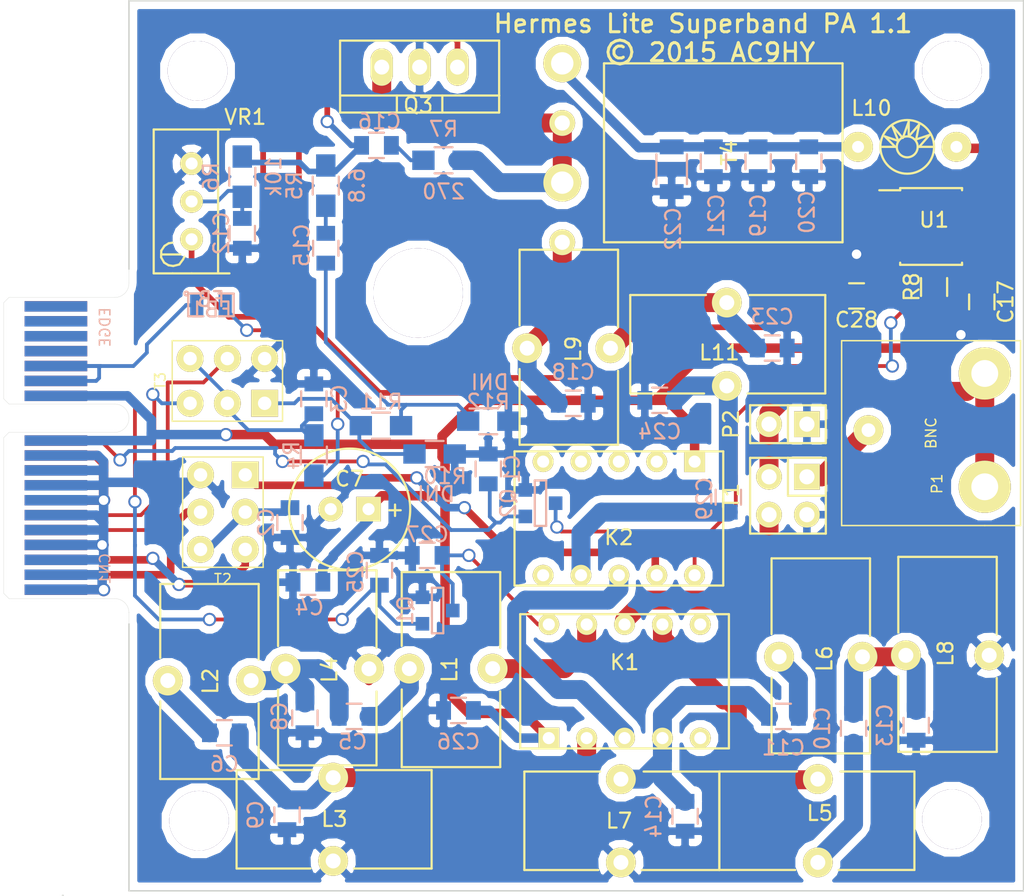
<source format=kicad_pcb>
(kicad_pcb (version 4) (host pcbnew "(2014-10-27 BZR 5228)-product")
  (title_block (title "Hermes Lite Superband 5W Power Amplifier") (date "15 January 2015") (rev 1.0) (company AC9HY))
  (layers (0 F.Cu signal) (31 B.Cu signal) (34 B.Paste user hide) (35 F.Paste user hide) (36 B.SilkS user) (37 F.SilkS user) (38 B.Mask user) (39 F.Mask user) (44 Edge.Cuts user))
  (net 0 "")
  (net 1 GND)
  (net 2 "Net-(C2-Pad1)")
  (net 3 "Net-(C3-Pad1)")
  (net 4 "Net-(C6-Pad1)")
  (net 5 "Net-(C6-Pad2)")
  (net 6 "Net-(C10-Pad1)")
  (net 7 "Net-(C10-Pad2)")
  (net 8 "Net-(C11-Pad1)")
  (net 9 "Net-(C12-Pad2)")
  (net 10 "Net-(C15-Pad1)")
  (net 11 "Net-(C15-Pad2)")
  (net 12 "Net-(C16-Pad1)")
  (net 13 "Net-(C16-Pad2)")
  (net 14 "Net-(C18-Pad2)")
  (net 15 "Net-(C19-Pad2)")
  (net 16 "Net-(C23-Pad2)")
  (net 17 "Net-(C24-Pad2)")
  (net 18 "Net-(CN1-PadA13)")
  (net 19 "Net-(CN1-PadA15)")
  (net 20 "Net-(CN1-PadA17)")
  (net 21 "Net-(CN1-PadB2)")
  (net 22 "Net-(CN1-PadB3)")
  (net 23 "Net-(CN1-PadB5)")
  (net 24 "Net-(CN1-PadB6)")
  (net 25 "Net-(CN1-PadB8)")
  (net 26 "Net-(CN1-PadB9)")
  (net 27 GPIO0)
  (net 28 "Net-(CN1-PadB13)")
  (net 29 "Net-(CN1-PadB14)")
  (net 30 "Net-(CN1-PadB15)")
  (net 31 "Net-(CN1-PadB16)")
  (net 32 "Net-(CN1-PadB17)")
  (net 33 "Net-(CN1-PadB18)")
  (net 34 "Net-(FB1-Pad2)")
  (net 35 "Net-(K1-Pad3)")
  (net 36 "Net-(K1-Pad7)")
  (net 37 "Net-(K1-Pad8)")
  (net 38 "Net-(K2-Pad2)")
  (net 39 "Net-(K2-Pad3)")
  (net 40 "Net-(K2-Pad4)")
  (net 41 "Net-(K2-Pad9)")
  (net 42 "Net-(P1-Pad2)")
  (net 43 "Net-(P1-Pad1)")
  (net 44 "Net-(Q3-Pad3)")
  (net 45 "Net-(R10-Pad2)")
  (net 46 "Net-(U1-Pad5)")
  (net 47 "Net-(U1-Pad6)")
  (net 48 "Net-(C27-Pad2)")
  (net 49 "Net-(C28-Pad2)")
  (net 50 "Net-(CN1-PadA16)")
  (net 51 "Net-(CN1-PadA18)")
  (net 52 "Net-(C29-Pad1)")
  (net 53 "Net-(C17-Pad1)")
  (net 54 "Net-(C5-Pad1)")
  (net 55 "Net-(C5-Pad2)")
  (net 56 "Net-(C11-Pad2)")
  (net 57 "Net-(K1-Pad9)")
  (net 58 PTT)
  (net 59 /PTT)
  (module HERMESLITE:C_0805 (layer B.Cu) (at 158.5 66.4 90)
    (fp_text reference C1 (at 0 1.6 90) (layer B.SilkS) (effects (justify mirror)))
    (fp_text value 0.01uF hide)
    (pad 1 smd rect (at -1 0 90) (size 1 1.25) (layers B.Cu B.Paste B.Mask) (net 58 PTT))
    (pad 2 smd rect (at 1 0 90) (size 1 1.25) (layers B.Cu B.Paste B.Mask) (net 1 GND))
  )
  (module HERMESLITE:C_0805 (layer B.Cu) (at 145.2 70 270)
    (fp_text reference C2 (at 0 1.6 270) (layer B.SilkS) (effects (justify mirror)))
    (fp_text value "0.1 uF" hide)
    (pad 1 smd rect (at -1 0 270) (size 1 1.25) (layers B.Cu B.Paste B.Mask) (net 2 "Net-(C2-Pad1)"))
    (pad 2 smd rect (at 1 0 270) (size 1 1.25) (layers B.Cu B.Paste B.Mask) (net 1 GND))
  )
  (module HERMESLITE:C_0805 (layer B.Cu) (at 146.8 61.7 90)
    (fp_text reference C3 (at 0 1.7 90) (layer B.SilkS) (effects (justify mirror)))
    (fp_text value "0.1 uF" hide)
    (pad 1 smd rect (at -1 0 90) (size 1 1.25) (layers B.Cu B.Paste B.Mask) (net 3 "Net-(C3-Pad1)"))
    (pad 2 smd rect (at 1 0 90) (size 1 1.25) (layers B.Cu B.Paste B.Mask) (net 1 GND))
  )
  (module HERMESLITE:C_0805 (layer B.Cu) (at 146.4 74 180)
    (fp_text reference C4 (at -0.1 -1.7 180) (layer B.SilkS) (effects (justify mirror)))
    (fp_text value 0.1uF hide)
    (pad 1 smd rect (at -1 0 180) (size 1 1.25) (layers B.Cu B.Paste B.Mask) (net 53 "Net-(C17-Pad1)"))
    (pad 2 smd rect (at 1 0 180) (size 1 1.25) (layers B.Cu B.Paste B.Mask) (net 1 GND))
  )
  (module HERMESLITE:C_0805 (layer B.Cu) (at 149.5 83 180)
    (fp_text reference C5 (at 0.1 -1.7 180) (layer B.SilkS) (effects (justify mirror)))
    (fp_text value C hide)
    (pad 1 smd rect (at -1 0 180) (size 1 1.25) (layers B.Cu B.Paste B.Mask) (net 54 "Net-(C5-Pad1)"))
    (pad 2 smd rect (at 1 0 180) (size 1 1.25) (layers B.Cu B.Paste B.Mask) (net 55 "Net-(C5-Pad2)"))
  )
  (module HERMESLITE:C_0805 (layer B.Cu) (at 140.8 84.1)
    (fp_text reference C6 (at 0 2.1) (layer B.SilkS) (effects (justify mirror)))
    (fp_text value C hide)
    (pad 1 smd rect (at -1 0) (size 1 1.25) (layers B.Cu B.Paste B.Mask) (net 4 "Net-(C6-Pad1)"))
    (pad 2 smd rect (at 1 0) (size 1 1.25) (layers B.Cu B.Paste B.Mask) (net 5 "Net-(C6-Pad2)"))
  )
  (module HERMESLITE:C_0805 (layer B.Cu) (at 146.2 83.1 270)
    (fp_text reference C8 (at -0.1 1.7 270) (layer B.SilkS) (effects (justify mirror)))
    (fp_text value C hide)
    (pad 1 smd rect (at -1 0 270) (size 1 1.25) (layers B.Cu B.Paste B.Mask) (net 55 "Net-(C5-Pad2)"))
    (pad 2 smd rect (at 1 0 270) (size 1 1.25) (layers B.Cu B.Paste B.Mask) (net 1 GND))
  )
  (module HERMESLITE:C_0805 (layer B.Cu) (at 145 89.6 270)
    (fp_text reference C9 (at 0 2.1 270) (layer B.SilkS) (effects (justify mirror)))
    (fp_text value C hide)
    (pad 1 smd rect (at -1 0 270) (size 1 1.25) (layers B.Cu B.Paste B.Mask) (net 5 "Net-(C6-Pad2)"))
    (pad 2 smd rect (at 1 0 270) (size 1 1.25) (layers B.Cu B.Paste B.Mask) (net 1 GND))
  )
  (module HERMESLITE:C_0805 (layer B.Cu) (at 183 83.8 270)
    (fp_text reference C10 (at 0 2.1 270) (layer B.SilkS) (effects (justify mirror)))
    (fp_text value C hide)
    (pad 1 smd rect (at -1 0 270) (size 1 1.25) (layers B.Cu B.Paste B.Mask) (net 6 "Net-(C10-Pad1)"))
    (pad 2 smd rect (at 1 0 270) (size 1 1.25) (layers B.Cu B.Paste B.Mask) (net 7 "Net-(C10-Pad2)"))
  )
  (module HERMESLITE:C_0805 (layer B.Cu) (at 178.3 83)
    (fp_text reference C11 (at 0 2.1) (layer B.SilkS) (effects (justify mirror)))
    (fp_text value C hide)
    (pad 1 smd rect (at -1 0) (size 1 1.25) (layers B.Cu B.Paste B.Mask) (net 8 "Net-(C11-Pad1)"))
    (pad 2 smd rect (at 1 0) (size 1 1.25) (layers B.Cu B.Paste B.Mask) (net 56 "Net-(C11-Pad2)"))
  )
  (module HERMESLITE:C_0805 (layer B.Cu) (at 142 50.6 90)
    (fp_text reference C12 (at 0 -1.4 90) (layer B.SilkS) (effects (justify mirror)))
    (fp_text value 0.01uF hide)
    (pad 1 smd rect (at -1 0 90) (size 1 1.25) (layers B.Cu B.Paste B.Mask) (net 1 GND))
    (pad 2 smd rect (at 1 0 90) (size 1 1.25) (layers B.Cu B.Paste B.Mask) (net 9 "Net-(C12-Pad2)"))
  )
  (module HERMESLITE:C_0805 (layer B.Cu) (at 187.2 83.6 270)
    (fp_text reference C13 (at 0 2.1 270) (layer B.SilkS) (effects (justify mirror)))
    (fp_text value C hide)
    (pad 1 smd rect (at -1 0 270) (size 1 1.25) (layers B.Cu B.Paste B.Mask) (net 6 "Net-(C10-Pad1)"))
    (pad 2 smd rect (at 1 0 270) (size 1 1.25) (layers B.Cu B.Paste B.Mask) (net 1 GND))
  )
  (module HERMESLITE:C_0805 (layer B.Cu) (at 147.6 51.6 270)
    (fp_text reference C15 (at -0.2 1.6 270) (layer B.SilkS) (effects (justify mirror)))
    (fp_text value 0.01uF hide)
    (pad 1 smd rect (at -1 0 270) (size 1 1.25) (layers B.Cu B.Paste B.Mask) (net 10 "Net-(C15-Pad1)"))
    (pad 2 smd rect (at 1 0 270) (size 1 1.25) (layers B.Cu B.Paste B.Mask) (net 11 "Net-(C15-Pad2)"))
  )
  (module HERMESLITE:C_0805 (layer B.Cu) (at 151 44.7 180)
    (fp_text reference C16 (at -0.2 1.6 180) (layer B.SilkS) (effects (justify mirror)))
    (fp_text value 0.01uF hide)
    (pad 1 smd rect (at -1 0 180) (size 1 1.25) (layers B.Cu B.Paste B.Mask) (net 12 "Net-(C16-Pad1)"))
    (pad 2 smd rect (at 1 0 180) (size 1 1.25) (layers B.Cu B.Paste B.Mask) (net 13 "Net-(C16-Pad2)"))
  )
  (module HERMESLITE:C_0805 (layer F.Cu) (at 191.6 55.2 270)
    (fp_text reference C17 (at 0 -1.6 270) (layer F.SilkS))
    (fp_text value 0.1uF hide)
    (pad 1 smd rect (at -1 0 270) (size 1 1.25) (layers F.Cu F.Paste F.Mask) (net 53 "Net-(C17-Pad1)"))
    (pad 2 smd rect (at 1 0 270) (size 1 1.25) (layers F.Cu F.Paste F.Mask) (net 1 GND))
  )
  (module HERMESLITE:C_0805 (layer B.Cu) (at 164.2 62 180)
    (fp_text reference C18 (at 0 2.1 180) (layer B.SilkS) (effects (justify mirror)))
    (fp_text value 120pF hide)
    (pad 1 smd rect (at -1 0 180) (size 1 1.25) (layers B.Cu B.Paste B.Mask) (net 1 GND))
    (pad 2 smd rect (at 1 0 180) (size 1 1.25) (layers B.Cu B.Paste B.Mask) (net 14 "Net-(C18-Pad2)"))
  )
  (module HERMESLITE:C_0805 (layer B.Cu) (at 176.6 45.8 90)
    (fp_text reference C19 (at -3.6 0 90) (layer B.SilkS) (effects (justify mirror)))
    (fp_text value 0.01uF hide)
    (pad 1 smd rect (at -1 0 90) (size 1 1.25) (layers B.Cu B.Paste B.Mask) (net 1 GND))
    (pad 2 smd rect (at 1 0 90) (size 1 1.25) (layers B.Cu B.Paste B.Mask) (net 15 "Net-(C19-Pad2)"))
  )
  (module HERMESLITE:C_0805 (layer B.Cu) (at 180 45.8 90)
    (fp_text reference C20 (at -3.3788 -0.1269 90) (layer B.SilkS) (effects (justify mirror)))
    (fp_text value 0.1uF hide)
    (pad 1 smd rect (at -1 0 90) (size 1 1.25) (layers B.Cu B.Paste B.Mask) (net 1 GND))
    (pad 2 smd rect (at 1 0 90) (size 1 1.25) (layers B.Cu B.Paste B.Mask) (net 15 "Net-(C19-Pad2)"))
  )
  (module HERMESLITE:C_0805 (layer B.Cu) (at 173.6 45.8 90)
    (fp_text reference C21 (at -3.6 0.2 90) (layer B.SilkS) (effects (justify mirror)))
    (fp_text value 4700pF hide)
    (pad 1 smd rect (at -1 0 90) (size 1 1.25) (layers B.Cu B.Paste B.Mask) (net 1 GND))
    (pad 2 smd rect (at 1 0 90) (size 1 1.25) (layers B.Cu B.Paste B.Mask) (net 15 "Net-(C19-Pad2)"))
  )
  (module HERMESLITE:C_0805 (layer B.Cu) (at 177.546 58.293 180)
    (fp_text reference C23 (at 0 2.1 180) (layer B.SilkS) (effects (justify mirror)))
    (fp_text value 120pF hide)
    (pad 1 smd rect (at -1 0 180) (size 1 1.25) (layers B.Cu B.Paste B.Mask) (net 1 GND))
    (pad 2 smd rect (at 1 0 180) (size 1 1.25) (layers B.Cu B.Paste B.Mask) (net 16 "Net-(C23-Pad2)"))
  )
  (module HERMESLITE:C_0805 (layer B.Cu) (at 170 61.8)
    (fp_text reference C24 (at 0 2.1) (layer B.SilkS) (effects (justify mirror)))
    (fp_text value 82pF hide)
    (pad 1 smd rect (at -1 0) (size 1 1.25) (layers B.Cu B.Paste B.Mask) (net 1 GND))
    (pad 2 smd rect (at 1 0) (size 1 1.25) (layers B.Cu B.Paste B.Mask) (net 17 "Net-(C24-Pad2)"))
  )
  (module HERMESLITE:EDGE (layer B.Cu) (at 126 63 90)
    (fp_text reference CN1 (at -10.1 6.8 90) (layer B.SilkS) (effects (font (size 0.7 0.7) (thickness 0.1)) (justify mirror)))
    (fp_text value EDGE (at 6.1 6.8 90) (layer B.SilkS) (effects (font (size 0.7 0.7) (thickness 0.1)) (justify mirror)))
    (fp_line (start -13 8.4) (end -14 8.4) (layer Edge.Cuts) (width 0.02))
    (fp_line (start 9.05 8.4) (end 10 8.4) (layer Edge.Cuts) (width 0.02))
    (fp_arc (start -13.05 7.45) (end -13.05 8.4) (angle -90) (layer Edge.Cuts) (width 0.02))
    (fp_line (start -11.75 0) (end -12.1 0.35) (layer Edge.Cuts) (width 0.02))
    (fp_line (start -12.1 0.35) (end -12.1 7.45) (layer Edge.Cuts) (width 0.02))
    (fp_line (start -1.3 0) (end -11.75 0) (layer Edge.Cuts) (width 0.02))
    (fp_arc (start 9.05 7.45) (end 8.1 7.45) (angle -90) (layer Edge.Cuts) (width 0.02))
    (fp_line (start 7.75 0) (end 8.1 0.35) (layer Edge.Cuts) (width 0.02))
    (fp_line (start 8.1 0.35) (end 8.1 7.45) (layer Edge.Cuts) (width 0.02))
    (fp_line (start 0.95 7.45) (end 0.95 0.35) (layer Edge.Cuts) (width 0.02))
    (fp_line (start 0.95 0.35) (end 1.3 0) (layer Edge.Cuts) (width 0.02))
    (fp_line (start 1.3 0) (end 7.75 0) (layer Edge.Cuts) (width 0.02))
    (fp_line (start -0.95 0.35) (end -0.95 7.45) (layer Edge.Cuts) (width 0.02))
    (fp_line (start -0.95 0.35) (end -1.3 0) (layer Edge.Cuts) (width 0.02))
    (fp_arc (start 0 7.45) (end -0.95 7.45) (angle -90) (layer Edge.Cuts) (width 0.02))
    (fp_arc (start 0 7.45) (end 0 8.4) (angle -90) (layer Edge.Cuts) (width 0.02))
    (pad A1 smd rect (at -11.5 3.5 90) (size 0.7 4.2) (layers B.Cu B.Mask) (net 1 GND))
    (pad A2 smd rect (at -10.5 3.5 90) (size 0.7 4.2) (layers B.Cu B.Mask) (net 1 GND))
    (pad A3 smd rect (at -9.5 3.5 90) (size 0.7 4.2) (layers B.Cu B.Mask) (net 1 GND))
    (pad A4 smd rect (at -8.5 3.5 90) (size 0.7 4.2) (layers B.Cu B.Mask) (net 1 GND))
    (pad A5 smd rect (at -7.5 3.5 90) (size 0.7 4.2) (layers B.Cu B.Mask) (net 1 GND))
    (pad A6 smd rect (at -6.5 3.5 90) (size 0.7 4.2) (layers B.Cu B.Mask) (net 1 GND))
    (pad A7 smd rect (at -5.5 3.5 90) (size 0.7 4.2) (layers B.Cu B.Mask) (net 1 GND))
    (pad A8 smd rect (at -4.5 3.5 90) (size 0.7 4.2) (layers B.Cu B.Mask) (net 1 GND))
    (pad A9 smd rect (at -3.5 3.5 90) (size 0.7 4.2) (layers B.Cu B.Mask) (net 1 GND))
    (pad A10 smd rect (at -2.5 3.5 90) (size 0.7 4.2) (layers B.Cu B.Mask) (net 1 GND))
    (pad A11 smd rect (at -1.5 3.5 90) (size 0.7 4.2) (layers B.Cu B.Mask) (net 53 "Net-(C17-Pad1)"))
    (pad A12 smd rect (at 1.5 3.5 90) (size 0.7 4.2) (layers B.Cu B.Mask) (net 53 "Net-(C17-Pad1)"))
    (pad A13 smd rect (at 2.5 3.5 90) (size 0.7 4.2) (layers B.Cu B.Mask) (net 18 "Net-(CN1-PadA13)"))
    (pad A14 smd rect (at 3.5 3.5 90) (size 0.7 4.2) (layers B.Cu B.Mask) (net 18 "Net-(CN1-PadA13)"))
    (pad A15 smd rect (at 4.5 3.5 90) (size 0.7 4.2) (layers B.Cu B.Mask) (net 19 "Net-(CN1-PadA15)"))
    (pad A16 smd rect (at 5.5 3.5 90) (size 0.7 4.2) (layers B.Cu B.Mask) (net 50 "Net-(CN1-PadA16)"))
    (pad A17 smd rect (at 6.5 3.5 90) (size 0.7 4.2) (layers B.Cu B.Mask) (net 20 "Net-(CN1-PadA17)"))
    (pad A18 smd rect (at 7.5 3.5 90) (size 0.7 4.2) (layers B.Cu B.Mask) (net 51 "Net-(CN1-PadA18)"))
    (pad B1 smd rect (at -11.5 3.5 90) (size 0.7 4.2) (layers F.Cu F.Mask) (net 1 GND))
    (pad B2 smd rect (at -10.5 3.5 90) (size 0.7 4.2) (layers F.Cu F.Mask) (net 21 "Net-(CN1-PadB2)"))
    (pad B3 smd rect (at -9.5 3.5 90) (size 0.7 4.2) (layers F.Cu F.Mask) (net 22 "Net-(CN1-PadB3)"))
    (pad B4 smd rect (at -8.5 3.5 90) (size 0.7 4.2) (layers F.Cu F.Mask) (net 1 GND))
    (pad B5 smd rect (at -7.5 3.5 90) (size 0.7 4.2) (layers F.Cu F.Mask) (net 23 "Net-(CN1-PadB5)"))
    (pad B6 smd rect (at -6.5 3.5 90) (size 0.7 4.2) (layers F.Cu F.Mask) (net 24 "Net-(CN1-PadB6)"))
    (pad B7 smd rect (at -5.5 3.5 90) (size 0.7 4.2) (layers F.Cu F.Mask) (net 1 GND))
    (pad B8 smd rect (at -4.5 3.5 90) (size 0.7 4.2) (layers F.Cu F.Mask) (net 25 "Net-(CN1-PadB8)"))
    (pad B9 smd rect (at -3.5 3.5 90) (size 0.7 4.2) (layers F.Cu F.Mask) (net 26 "Net-(CN1-PadB9)"))
    (pad B10 smd rect (at -2.5 3.5 90) (size 0.7 4.2) (layers F.Cu F.Mask) (net 1 GND))
    (pad B11 smd rect (at -1.5 3.5 90) (size 0.7 4.2) (layers F.Cu F.Mask) (net 58 PTT))
    (pad B12 smd rect (at 1.5 3.5 90) (size 0.7 4.2) (layers F.Cu F.Mask) (net 27 GPIO0))
    (pad B13 smd rect (at 2.5 3.5 90) (size 0.7 4.2) (layers F.Cu F.Mask) (net 28 "Net-(CN1-PadB13)"))
    (pad B14 smd rect (at 3.5 3.5 90) (size 0.7 4.2) (layers F.Cu F.Mask) (net 29 "Net-(CN1-PadB14)"))
    (pad B15 smd rect (at 4.5 3.5 90) (size 0.7 4.2) (layers F.Cu F.Mask) (net 30 "Net-(CN1-PadB15)"))
    (pad B16 smd rect (at 5.5 3.5 90) (size 0.7 4.2) (layers F.Cu F.Mask) (net 31 "Net-(CN1-PadB16)"))
    (pad B17 smd rect (at 6.5 3.5 90) (size 0.7 4.2) (layers F.Cu F.Mask) (net 32 "Net-(CN1-PadB17)"))
    (pad B18 smd rect (at 7.5 3.5 90) (size 0.7 4.2) (layers F.Cu F.Mask) (net 33 "Net-(CN1-PadB18)"))
  )
  (module HERMESLITE:D3002 (layer F.Cu) (at 167.64 80.645)
    (fp_text reference K1 (at 0 -1.27) (layer F.SilkS))
    (fp_text value D3002 hide)
    (pad 1 thru_hole rect (at -5.08 3.81) (size 1.397 1.397) (drill 0.8128) (layers *.Cu *.Mask F.SilkS) (net 53 "Net-(C17-Pad1)"))
    (pad 2 thru_hole circle (at -2.54 3.81) (size 1.397 1.397) (drill 0.8128) (layers *.Cu *.Mask F.SilkS) (net 5 "Net-(C6-Pad2)"))
    (pad 3 thru_hole circle (at 0 3.81) (size 1.397 1.397) (drill 0.8128) (layers *.Cu *.Mask F.SilkS) (net 35 "Net-(K1-Pad3)"))
    (pad 4 thru_hole circle (at 2.54 3.81) (size 1.397 1.397) (drill 0.8128) (layers *.Cu *.Mask F.SilkS) (net 8 "Net-(C11-Pad1)"))
    (pad 5 thru_hole circle (at 5.08 3.81) (size 1.397 1.397) (drill 0.8128) (layers *.Cu *.Mask F.SilkS))
    (pad 6 thru_hole circle (at 5.08 -3.81) (size 1.397 1.397) (drill 0.8128) (layers *.Cu *.Mask F.SilkS))
    (pad 7 thru_hole circle (at 2.54 -3.81) (size 1.397 1.397) (drill 0.8128) (layers *.Cu *.Mask F.SilkS) (net 36 "Net-(K1-Pad7)"))
    (pad 8 thru_hole circle (at 0 -3.81) (size 1.397 1.397) (drill 0.8128) (layers *.Cu *.Mask F.SilkS) (net 37 "Net-(K1-Pad8)"))
    (pad 9 thru_hole circle (at -2.54 -3.81) (size 1.397 1.397) (drill 0.8128) (layers *.Cu *.Mask F.SilkS) (net 57 "Net-(K1-Pad9)"))
    (pad 10 thru_hole circle (at -5.08 -3.81) (size 1.397 1.397) (drill 0.8128) (layers *.Cu *.Mask F.SilkS) (net 48 "Net-(C27-Pad2)"))
  )
  (module HERMESLITE:D3002 (layer F.Cu) (at 167.259 69.723 180)
    (fp_text reference K2 (at 0 -1.27 180) (layer F.SilkS))
    (fp_text value D3002 hide)
    (pad 1 thru_hole rect (at -5.08 3.81 180) (size 1.397 1.397) (drill 0.8128) (layers *.Cu *.Mask F.SilkS) (net 53 "Net-(C17-Pad1)"))
    (pad 2 thru_hole circle (at -2.54 3.81 180) (size 1.397 1.397) (drill 0.8128) (layers *.Cu *.Mask F.SilkS) (net 38 "Net-(K2-Pad2)"))
    (pad 3 thru_hole circle (at 0 3.81 180) (size 1.397 1.397) (drill 0.8128) (layers *.Cu *.Mask F.SilkS) (net 39 "Net-(K2-Pad3)"))
    (pad 4 thru_hole circle (at 2.54 3.81 180) (size 1.397 1.397) (drill 0.8128) (layers *.Cu *.Mask F.SilkS) (net 40 "Net-(K2-Pad4)"))
    (pad 5 thru_hole circle (at 5.08 3.81 180) (size 1.397 1.397) (drill 0.8128) (layers *.Cu *.Mask F.SilkS))
    (pad 6 thru_hole circle (at 5.08 -3.81 180) (size 1.397 1.397) (drill 0.8128) (layers *.Cu *.Mask F.SilkS))
    (pad 7 thru_hole circle (at 2.54 -3.81 180) (size 1.397 1.397) (drill 0.8128) (layers *.Cu *.Mask F.SilkS) (net 52 "Net-(C29-Pad1)"))
    (pad 8 thru_hole circle (at 0 -3.81 180) (size 1.397 1.397) (drill 0.8128) (layers *.Cu *.Mask F.SilkS) (net 35 "Net-(K1-Pad3)"))
    (pad 9 thru_hole circle (at -2.54 -3.81 180) (size 1.397 1.397) (drill 0.8128) (layers *.Cu *.Mask F.SilkS) (net 41 "Net-(K2-Pad9)"))
    (pad 10 thru_hole circle (at -5.08 -3.81 180) (size 1.397 1.397) (drill 0.8128) (layers *.Cu *.Mask F.SilkS) (net 59 /PTT))
  )
  (module Choke_Toroid_ThroughHole:Choke_Toroid_6,5x13mm_Vertical (layer F.Cu) (at 159.3 86.4 90)
    (fp_text reference L1 (at 6.54812 -3.39852 90) (layer F.SilkS))
    (fp_text value INDUCTOR hide)
    (pad 1 thru_hole circle (at 6.604 -0.508 90) (size 1.99898 1.99898) (drill 1.00076) (layers *.Cu *.Mask F.SilkS) (net 57 "Net-(K1-Pad9)"))
    (pad 2 thru_hole circle (at 6.604 -6.096 90) (size 1.99898 1.99898) (drill 1.00076) (layers *.Cu *.Mask F.SilkS) (net 54 "Net-(C5-Pad1)"))
  )
  (module Choke_Toroid_ThroughHole:Choke_Toroid_6,5x13mm_Vertical (layer F.Cu) (at 143.1 87.2 90)
    (fp_text reference L2 (at 6.56336 -3.23596 90) (layer F.SilkS))
    (fp_text value INDUCTOR hide)
    (pad 1 thru_hole circle (at 6.604 -0.508 90) (size 1.99898 1.99898) (drill 1.00076) (layers *.Cu *.Mask F.SilkS) (net 55 "Net-(C5-Pad2)"))
    (pad 2 thru_hole circle (at 6.604 -6.096 90) (size 1.99898 1.99898) (drill 1.00076) (layers *.Cu *.Mask F.SilkS) (net 4 "Net-(C6-Pad1)"))
  )
  (module Choke_Toroid_ThroughHole:Choke_Toroid_6,5x13mm_Vertical (layer F.Cu) (at 154.7 86.6 180)
    (fp_text reference L3 (at 6.52272 -3.29184 180) (layer F.SilkS))
    (fp_text value INDUCTOR hide)
    (pad 1 thru_hole circle (at 6.604 -0.508 180) (size 1.99898 1.99898) (drill 1.00076) (layers *.Cu *.Mask F.SilkS) (net 5 "Net-(C6-Pad2)"))
    (pad 2 thru_hole circle (at 6.604 -6.096 180) (size 1.99898 1.99898) (drill 1.00076) (layers *.Cu *.Mask F.SilkS) (net 1 GND))
  )
  (module Choke_Toroid_ThroughHole:Choke_Toroid_6,5x13mm_Vertical (layer F.Cu) (at 144.4 73.2 270)
    (fp_text reference L4 (at 6.67512 -3.44932 270) (layer F.SilkS))
    (fp_text value INDUCTOR hide)
    (pad 1 thru_hole circle (at 6.604 -0.508 270) (size 1.99898 1.99898) (drill 1.00076) (layers *.Cu *.Mask F.SilkS) (net 55 "Net-(C5-Pad2)"))
    (pad 2 thru_hole circle (at 6.604 -6.096 270) (size 1.99898 1.99898) (drill 1.00076) (layers *.Cu *.Mask F.SilkS) (net 1 GND))
  )
  (module Choke_Toroid_ThroughHole:Choke_Toroid_6,5x13mm_Vertical (layer F.Cu) (at 174 93.3)
    (fp_text reference L5 (at 6.731 -3.81) (layer F.SilkS))
    (fp_text value INDUCTOR hide)
    (pad 1 thru_hole circle (at 6.604 -0.508) (size 1.99898 1.99898) (drill 1.00076) (layers *.Cu *.Mask F.SilkS) (net 7 "Net-(C10-Pad2)"))
    (pad 2 thru_hole circle (at 6.604 -6.096) (size 1.99898 1.99898) (drill 1.00076) (layers *.Cu *.Mask F.SilkS) (net 36 "Net-(K1-Pad7)"))
  )
  (module Choke_Toroid_ThroughHole:Choke_Toroid_6,5x13mm_Vertical (layer F.Cu) (at 177.5 72.4 270)
    (fp_text reference L6 (at 6.731 -3.556 270) (layer F.SilkS))
    (fp_text value INDUCTOR hide)
    (pad 1 thru_hole circle (at 6.604 -0.508 270) (size 1.99898 1.99898) (drill 1.00076) (layers *.Cu *.Mask F.SilkS) (net 56 "Net-(C11-Pad2)"))
    (pad 2 thru_hole circle (at 6.604 -6.096 270) (size 1.99898 1.99898) (drill 1.00076) (layers *.Cu *.Mask F.SilkS) (net 6 "Net-(C10-Pad1)"))
  )
  (module Choke_Toroid_ThroughHole:Choke_Toroid_6,5x13mm_Vertical (layer F.Cu) (at 174 86.7 180)
    (fp_text reference L7 (at 6.731 -3.302 180) (layer F.SilkS))
    (fp_text value INDUCTOR hide)
    (pad 1 thru_hole circle (at 6.604 -0.508 180) (size 1.99898 1.99898) (drill 1.00076) (layers *.Cu *.Mask F.SilkS) (net 8 "Net-(C11-Pad1)"))
    (pad 2 thru_hole circle (at 6.604 -6.096 180) (size 1.99898 1.99898) (drill 1.00076) (layers *.Cu *.Mask F.SilkS) (net 1 GND))
  )
  (module Choke_Toroid_ThroughHole:Choke_Toroid_6,5x13mm_Vertical (layer F.Cu) (at 186 72.3 270)
    (fp_text reference L8 (at 6.477 -3.175 270) (layer F.SilkS))
    (fp_text value INDUCTOR hide)
    (pad 1 thru_hole circle (at 6.604 -0.508 270) (size 1.99898 1.99898) (drill 1.00076) (layers *.Cu *.Mask F.SilkS) (net 6 "Net-(C10-Pad1)"))
    (pad 2 thru_hole circle (at 6.604 -6.096 270) (size 1.99898 1.99898) (drill 1.00076) (layers *.Cu *.Mask F.SilkS) (net 1 GND))
  )
  (module Choke_Toroid_ThroughHole:Choke_Toroid_6,5x13mm_Vertical (layer F.Cu) (at 160.6 51.7 270)
    (fp_text reference L9 (at 6.662 -3.609 270) (layer F.SilkS))
    (fp_text value 192nH hide)
    (pad 1 thru_hole circle (at 6.604 -0.508 270) (size 1.99898 1.99898) (drill 1.00076) (layers *.Cu *.Mask F.SilkS) (net 14 "Net-(C18-Pad2)"))
    (pad 2 thru_hole circle (at 6.604 -6.096 270) (size 1.99898 1.99898) (drill 1.00076) (layers *.Cu *.Mask F.SilkS) (net 16 "Net-(C23-Pad2)"))
  )
  (module Choke_Toroid_ThroughHole:Choke_Toroid_6,5x13mm_Vertical (layer F.Cu) (at 181.102 54.737 180)
    (fp_text reference L11 (at 7.102 -3.863 180) (layer F.SilkS))
    (fp_text value 192nH hide)
    (pad 1 thru_hole circle (at 6.604 -0.508 180) (size 1.99898 1.99898) (drill 1.00076) (layers *.Cu *.Mask F.SilkS) (net 16 "Net-(C23-Pad2)"))
    (pad 2 thru_hole circle (at 6.604 -6.096 180) (size 1.99898 1.99898) (drill 1.00076) (layers *.Cu *.Mask F.SilkS) (net 17 "Net-(C24-Pad2)"))
  )
  (module HERMESLITE:BNCRA (layer F.Cu) (at 191.8 63.8 90)
    (fp_text reference P1 (at -3.6 -3.2 90) (layer F.SilkS) (effects (font (size 0.7 0.7) (thickness 0.1))))
    (fp_text value BNC (at -0.2 -3.6 90) (layer F.SilkS) (effects (font (size 0.7 0.7) (thickness 0.1))))
    (pad 2 thru_hole circle (at -3.8 0 90) (size 3.5 3.5) (drill 1.8) (layers *.Cu *.Mask F.SilkS) (net 42 "Net-(P1-Pad2)"))
    (pad 2 thru_hole circle (at 3.8 0 90) (size 3.5 3.5) (drill 1.8) (layers *.Cu *.Mask F.SilkS) (net 42 "Net-(P1-Pad2)"))
    (pad 1 thru_hole circle (at 0 -7.8 90) (size 2 2) (drill 0.92) (layers *.Cu *.Mask F.SilkS) (net 43 "Net-(P1-Pad1)"))
  )
  (module Pin_Headers:Pin_Header_Straight_2x01 (layer F.Cu) (at 178.6 63.4 90)
    (fp_text reference P2 (at 0 -3.81 90) (layer F.SilkS))
    (fp_text value CONN_02X01 hide)
    (pad 1 thru_hole rect (at 0 1.27 90) (size 1.7272 1.7272) (drill 1.016) (layers *.Cu *.Mask F.SilkS) (net 1 GND))
    (pad 2 thru_hole oval (at 0 -1.27 90) (size 1.7272 1.7272) (drill 1.016) (layers *.Cu *.Mask F.SilkS) (net 42 "Net-(P1-Pad2)"))
  )
  (module Socket_Strips:Socket_Strip_Straight_2x02 (layer F.Cu) (at 178.6 68.2 90)
    (fp_text reference T1 (at 0 -3.81 90) (layer F.SilkS))
    (fp_text value TRANSFO hide)
    (pad 1 thru_hole rect (at 1.27 1.27 270) (size 1.7272 1.7272) (drill 1.016) (layers *.Cu *.Mask F.SilkS) (net 43 "Net-(P1-Pad1)"))
    (pad 2 thru_hole oval (at 1.27 -1.27 270) (size 1.7272 1.7272) (drill 1.016) (layers *.Cu *.Mask F.SilkS) (net 42 "Net-(P1-Pad2)"))
    (pad 3 thru_hole oval (at -1.27 1.27 270) (size 1.7272 1.7272) (drill 1.016) (layers *.Cu *.Mask F.SilkS) (net 1 GND))
    (pad 4 thru_hole oval (at -1.27 -1.27 270) (size 1.7272 1.7272) (drill 1.016) (layers *.Cu *.Mask F.SilkS) (net 37 "Net-(K1-Pad8)"))
  )
  (module HERMESLITE:TRANSF (layer F.Cu) (at 142.2 66.8 180)
    (fp_text reference T2 (at 1.5 -7 180) (layer F.SilkS) (effects (font (size 0.7 0.7) (thickness 0.1))))
    (fp_text value 8:1 hide)
    (pad 1 thru_hole rect (at 0 0 180) (size 1.8 1.8) (drill 0.9) (layers *.Cu *.Mask F.SilkS) (net 41 "Net-(K2-Pad9)"))
    (pad 3 thru_hole circle (at 0 -2.5 180) (size 1.8 1.8) (drill 0.9) (layers *.Cu *.Mask F.SilkS) (net 2 "Net-(C2-Pad1)"))
    (pad 2 thru_hole circle (at 3 0 180) (size 1.8 1.8) (drill 0.9) (layers *.Cu *.Mask F.SilkS) (net 1 GND))
    (pad 5 thru_hole circle (at 0 -5 180) (size 1.8 1.8) (drill 0.9) (layers *.Cu *.Mask F.SilkS) (net 22 "Net-(CN1-PadB3)"))
    (pad 6 thru_hole circle (at 3 -5 180) (size 1.8 1.8) (drill 0.9) (layers *.Cu *.Mask F.SilkS) (net 2 "Net-(C2-Pad1)"))
    (pad 4 thru_hole circle (at 3 -2.5 180) (size 1.8 1.8) (drill 0.9) (layers *.Cu *.Mask F.SilkS) (net 21 "Net-(CN1-PadB2)"))
  )
  (module HERMESLITE:TRANSF (layer F.Cu) (at 143.5 62 90)
    (fp_text reference T3 (at 1.5 -7 90) (layer F.SilkS) (effects (font (size 0.7 0.7) (thickness 0.1))))
    (fp_text value 4:1 hide)
    (pad 1 thru_hole rect (at 0 0 90) (size 1.8 1.8) (drill 0.9) (layers *.Cu *.Mask F.SilkS) (net 45 "Net-(R10-Pad2)"))
    (pad 3 thru_hole circle (at 0 -2.5 90) (size 1.8 1.8) (drill 0.9) (layers *.Cu *.Mask F.SilkS) (net 3 "Net-(C3-Pad1)"))
    (pad 2 thru_hole circle (at 3 0 90) (size 1.8 1.8) (drill 0.9) (layers *.Cu *.Mask F.SilkS) (net 1 GND))
    (pad 5 thru_hole circle (at 0 -5 90) (size 1.8 1.8) (drill 0.9) (layers *.Cu *.Mask F.SilkS) (net 24 "Net-(CN1-PadB6)"))
    (pad 6 thru_hole circle (at 3 -5 90) (size 1.8 1.8) (drill 0.9) (layers *.Cu *.Mask F.SilkS) (net 3 "Net-(C3-Pad1)"))
    (pad 4 thru_hole circle (at 3 -2.5 90) (size 1.8 1.8) (drill 0.9) (layers *.Cu *.Mask F.SilkS) (net 23 "Net-(CN1-PadB5)"))
  )
  (module HERMESLITE:OUT_TRANSF (layer F.Cu) (at 163.4617 45.1993 270)
    (fp_text reference T4 (at 0 -11.2 270) (layer F.SilkS))
    (fp_text value OUT_TRANSF hide)
    (pad 1 thru_hole circle (at -6 0 270) (size 2.54 2.54) (drill 1.5) (layers *.Cu *.Mask F.SilkS) (net 15 "Net-(C19-Pad2)"))
    (pad 2 thru_hole circle (at -2 0 270) (size 1.7272 1.7272) (drill 1.016) (layers *.Cu *.Mask F.SilkS) (net 44 "Net-(Q3-Pad3)"))
    (pad 3 thru_hole circle (at 2 0 270) (size 2.54 2.54) (drill 1.5) (layers *.Cu *.Mask F.SilkS) (net 44 "Net-(Q3-Pad3)"))
    (pad 4 thru_hole circle (at 6 0 270) (size 1.7272 1.7272) (drill 1.016) (layers *.Cu *.Mask F.SilkS) (net 14 "Net-(C18-Pad2)"))
  )
  (module Housings_SOIC:SOIC-8_3.9x4.9mm_Pitch1.27mm (layer F.Cu) (at 188.2013 50.1396)
    (fp_text reference U1 (at 0.1987 -0.4396) (layer F.SilkS))
    (fp_text value LP2951-50D hide)
    (pad 1 smd rect (at -2.7 -1.905) (size 1.55 0.6) (layers F.Cu F.Paste F.Mask) (net 49 "Net-(C28-Pad2)"))
    (pad 2 smd rect (at -2.7 -0.635) (size 1.55 0.6) (layers F.Cu F.Paste F.Mask) (net 49 "Net-(C28-Pad2)"))
    (pad 3 smd rect (at -2.7 0.635) (size 1.55 0.6) (layers F.Cu F.Paste F.Mask) (net 59 /PTT))
    (pad 4 smd rect (at -2.7 1.905) (size 1.55 0.6) (layers F.Cu F.Paste F.Mask) (net 1 GND))
    (pad 5 smd rect (at 2.7 1.905) (size 1.55 0.6) (layers F.Cu F.Paste F.Mask) (net 46 "Net-(U1-Pad5)"))
    (pad 6 smd rect (at 2.7 0.635) (size 1.55 0.6) (layers F.Cu F.Paste F.Mask) (net 47 "Net-(U1-Pad6)"))
    (pad 7 smd rect (at 2.7 -0.635) (size 1.55 0.6) (layers F.Cu F.Paste F.Mask) (net 47 "Net-(U1-Pad6)"))
    (pad 8 smd rect (at 2.7 -1.905) (size 1.55 0.6) (layers F.Cu F.Paste F.Mask) (net 53 "Net-(C17-Pad1)"))
  )
  (module Potentiometers:Potentiometer_Bourns_3296W_3-8Zoll_Inline_ScrewUp (layer F.Cu) (at 138.6 51)
    (fp_text reference VR1 (at 3.6 -8.2) (layer F.SilkS))
    (fp_text value "1k MT" hide)
    (pad 2 thru_hole circle (at 0 -2.54) (size 1.524 1.524) (drill 0.8128) (layers *.Cu *.Mask F.SilkS) (net 9 "Net-(C12-Pad2)"))
    (pad 3 thru_hole circle (at 0 -5.08) (size 1.524 1.524) (drill 0.8128) (layers *.Cu *.Mask F.SilkS) (net 1 GND))
    (pad 1 thru_hole circle (at 0 0) (size 1.524 1.524) (drill 0.8128) (layers *.Cu *.Mask F.SilkS) (net 49 "Net-(C28-Pad2)"))
  )
  (module Transistors_TO-220:TO-220_Neutral123_Vertical (layer F.Cu) (at 153.89352 39.45128 180)
    (fp_text reference Q3 (at 0.09352 -2.54872 180) (layer F.SilkS))
    (fp_text value RD16HHF1 hide)
    (pad 2 thru_hole oval (at 0 0 270) (size 2.49936 1.50114) (drill 1.00076) (layers *.Cu *.Mask F.SilkS) (net 1 GND))
    (pad 1 thru_hole oval (at -2.54 0 270) (size 2.49936 1.50114) (drill 1.00076) (layers *.Cu *.Mask F.SilkS) (net 13 "Net-(C16-Pad2)"))
    (pad 3 thru_hole oval (at 2.54 0 270) (size 2.49936 1.50114) (drill 1.00076) (layers *.Cu *.Mask F.SilkS) (net 44 "Net-(Q3-Pad3)"))
  )
  (module HERMESLITE:C_0805 (layer B.Cu) (at 151.2 73.2 270)
    (fp_text reference C25 (at 0.1 1.6 270) (layer B.SilkS) (effects (justify mirror)))
    (fp_text value 0.01uF hide)
    (pad 1 smd rect (at -1 0 270) (size 1 1.25) (layers B.Cu B.Paste B.Mask) (net 1 GND))
    (pad 2 smd rect (at 1 0 270) (size 1 1.25) (layers B.Cu B.Paste B.Mask) (net 27 GPIO0))
  )
  (module HERMESLITE:C_0805 (layer B.Cu) (at 156.5 82.6)
    (fp_text reference C26 (at 0 2.1) (layer B.SilkS) (effects (justify mirror)))
    (fp_text value 0.01uF hide)
    (pad 1 smd rect (at -1 0) (size 1 1.25) (layers B.Cu B.Paste B.Mask) (net 1 GND))
    (pad 2 smd rect (at 1 0) (size 1 1.25) (layers B.Cu B.Paste B.Mask) (net 53 "Net-(C17-Pad1)"))
  )
  (module HERMESLITE:C_0805 (layer B.Cu) (at 154.4 72.2)
    (fp_text reference C27 (at 0 -1.4) (layer B.SilkS) (effects (justify mirror)))
    (fp_text value 0.01uF hide)
    (pad 1 smd rect (at -1 0) (size 1 1.25) (layers B.Cu B.Paste B.Mask) (net 1 GND))
    (pad 2 smd rect (at 1 0) (size 1 1.25) (layers B.Cu B.Paste B.Mask) (net 48 "Net-(C27-Pad2)"))
  )
  (module HERMESLITE:C_0805 (layer F.Cu) (at 183.2 54.8 180)
    (fp_text reference C28 (at 0 -1.6 180) (layer F.SilkS))
    (fp_text value 0.01uF hide)
    (pad 1 smd rect (at -1 0 180) (size 1 1.25) (layers F.Cu F.Paste F.Mask) (net 1 GND))
    (pad 2 smd rect (at 1 0 180) (size 1 1.25) (layers F.Cu F.Paste F.Mask) (net 49 "Net-(C28-Pad2)"))
  )
  (module Choke_Toroid_ThroughHole:Choke_Toroid_horizontal_Diameter3-5mm_Amidon-T12 (layer F.Cu) (at 186.6 44.8 180)
    (fp_text reference L10 (at 2.4 2.6 180) (layer F.SilkS))
    (fp_text value "FT37-43 11T #26" hide)
    (pad 1 thru_hole circle (at -3.29946 0 180) (size 1.99898 1.99898) (drill 0.8001) (layers *.Cu *.Mask F.SilkS) (net 53 "Net-(C17-Pad1)"))
    (pad 2 thru_hole circle (at 3.29946 0 180) (size 1.99898 1.99898) (drill 0.8001) (layers *.Cu *.Mask F.SilkS) (net 15 "Net-(C19-Pad2)"))
  )
  (module HERMESLITE:C_0805 (layer B.Cu) (at 174.6 68.3 90)
    (fp_text reference C29 (at -0.1 -1.6 90) (layer B.SilkS) (effects (justify mirror)))
    (fp_text value 0.1uF hide)
    (pad 1 smd rect (at -1 0 90) (size 1 1.25) (layers B.Cu B.Paste B.Mask) (net 52 "Net-(C29-Pad1)"))
    (pad 2 smd rect (at 1 0 90) (size 1 1.25) (layers B.Cu B.Paste B.Mask) (net 17 "Net-(C24-Pad2)"))
  )
  (module Discret:C1V8 (layer F.Cu) (at 149.2 69.1 180)
    (fp_text reference C7 (at 0 2.032 180) (layer F.SilkS))
    (fp_text value "47uF 16V" hide)
    (fp_text user + (at -3.04546 0 180) (layer F.SilkS))
    (pad 1 thru_hole rect (at -1.27 0 180) (size 1.651 1.651) (drill 0.8128) (layers *.Cu *.Mask F.SilkS) (net 53 "Net-(C17-Pad1)"))
    (pad 2 thru_hole circle (at 1.27 0 180) (size 1.651 1.651) (drill 0.8128) (layers *.Cu *.Mask F.SilkS) (net 1 GND))
  )
  (module HERMESLITE:C_0805 (layer B.Cu) (at 171.7 89.7 270)
    (fp_text reference C14 (at 0 2.1 270) (layer B.SilkS) (effects (justify mirror)))
    (fp_text value C hide)
    (pad 1 smd rect (at -1 0 270) (size 1 1.25) (layers B.Cu B.Paste B.Mask) (net 8 "Net-(C11-Pad1)"))
    (pad 2 smd rect (at 1 0 270) (size 1 1.25) (layers B.Cu B.Paste B.Mask) (net 1 GND))
  )
  (module Capacitors_SMD:C_1206 (layer B.Cu) (at 170.8 46.3 270)
    (fp_text reference C22 (at 4 -0.1 270) (layer B.SilkS) (effects (justify mirror)))
    (fp_text value "10uF 16V" hide)
    (pad 1 smd rect (at -1.5 0 270) (size 1 1.6) (layers B.Cu B.Paste B.Mask) (net 15 "Net-(C19-Pad2)"))
    (pad 2 smd rect (at 1.5 0 270) (size 1 1.6) (layers B.Cu B.Paste B.Mask) (net 1 GND))
  )
  (module SMD_Packages:SOT-23-GDS (layer B.Cu) (at 155.1 75.9 270)
    (fp_text reference Q1 (at 0 2.159 270) (layer B.SilkS) (effects (justify mirror)))
    (fp_text value FDV301 hide)
    (pad S smd rect (at -0.889 1.016 270) (size 0.9144 0.9144) (layers B.Cu B.Paste B.Mask) (net 1 GND))
    (pad G smd rect (at 0.889 1.016 270) (size 0.9144 0.9144) (layers B.Cu B.Paste B.Mask) (net 27 GPIO0))
    (pad D smd rect (at 0 -1.016 270) (size 0.9144 0.9144) (layers B.Cu B.Paste B.Mask) (net 48 "Net-(C27-Pad2)"))
  )
  (module SMD_Packages:SOT-23-GDS (layer B.Cu) (at 162 68.7 270)
    (fp_text reference Q2 (at 0 2.159 270) (layer B.SilkS) (effects (justify mirror)))
    (fp_text value FDV301 hide)
    (pad S smd rect (at -0.889 1.016 270) (size 0.9144 0.9144) (layers B.Cu B.Paste B.Mask) (net 1 GND))
    (pad G smd rect (at 0.889 1.016 270) (size 0.9144 0.9144) (layers B.Cu B.Paste B.Mask) (net 58 PTT))
    (pad D smd rect (at 0 -1.016 270) (size 0.9144 0.9144) (layers B.Cu B.Paste B.Mask) (net 59 /PTT))
  )
  (module Mounting_Holes:MountingHole_6mm (layer F.Cu) (at 153.8 54.6)
    (fp_text reference MountingHole_6mm hide)
    (fp_text value VAL** hide)
    (pad 1 thru_hole circle (at 0 0) (size 5.99948 5.99948) (drill 5.99948) (layers))
  )
  (module Mounting_Holes:MountingHole_4mm (layer F.Cu) (at 189.6 39.7)
    (fp_text reference MountingHole_4mm hide)
    (fp_text value VAL** hide)
    (pad 1 thru_hole circle (at 0 0) (size 4.0005 4.0005) (drill 4.0005) (layers))
  )
  (module Mounting_Holes:MountingHole_4mm (layer F.Cu) (at 139 39.7)
    (fp_text reference MountingHole_4mm hide)
    (fp_text value VAL** hide)
    (pad 1 thru_hole circle (at 0 0) (size 4.0005 4.0005) (drill 4.0005) (layers))
  )
  (module Mounting_Holes:MountingHole_4mm (layer F.Cu) (at 139.1 90)
    (fp_text reference MountingHole_4mm hide)
    (fp_text value VAL** hide)
    (pad 1 thru_hole circle (at 0 0) (size 4.0005 4.0005) (drill 4.0005) (layers))
  )
  (module Mounting_Holes:MountingHole_4mm (layer F.Cu) (at 189.6 89.9)
    (fp_text reference MountingHole_4mm hide)
    (fp_text value VAL** hide)
    (pad 1 thru_hole circle (at 0 0) (size 4.0005 4.0005) (drill 4.0005) (layers))
  )
  (module SMD_Packages:SMD-0805 (layer B.Cu) (at 139.9 55.4)
    (fp_text reference FB1 (at 0 0.3175) (layer B.SilkS) (effects (justify mirror)))
    (fp_text value FB (at 0 -0.381) (layer B.SilkS) (effects (justify mirror)))
    (pad 1 smd rect (at -0.9525 0) (size 0.889 1.397) (layers B.Cu B.Paste B.Mask) (net 18 "Net-(CN1-PadA13)"))
    (pad 2 smd rect (at 0.9525 0) (size 0.889 1.397) (layers B.Cu B.Paste B.Mask) (net 34 "Net-(FB1-Pad2)"))
  )
  (module Resistors_SMD:R_0805_HandSoldering (layer B.Cu) (at 146.8 65.5 270)
    (fp_text reference R4 (at 0 1.5 270) (layer B.SilkS) (effects (justify mirror)))
    (fp_text value 0 hide)
    (pad 1 smd rect (at -1.35 0 270) (size 1.5 1.3) (layers B.Cu B.Paste B.Mask) (net 3 "Net-(C3-Pad1)"))
    (pad 2 smd rect (at 1.35 0 270) (size 1.5 1.3) (layers B.Cu B.Paste B.Mask) (net 34 "Net-(FB1-Pad2)"))
  )
  (module Resistors_SMD:R_0805_HandSoldering (layer B.Cu) (at 147.6 47.4 270)
    (fp_text reference R5 (at 0 2.1 270) (layer B.SilkS) (effects (justify mirror)))
    (fp_text value 6.8 (at 0 -2.1 270) (layer B.SilkS) (effects (justify mirror)))
    (pad 1 smd rect (at -1.35 0 270) (size 1.5 1.3) (layers B.Cu B.Paste B.Mask) (net 13 "Net-(C16-Pad2)"))
    (pad 2 smd rect (at 1.35 0 270) (size 1.5 1.3) (layers B.Cu B.Paste B.Mask) (net 10 "Net-(C15-Pad1)"))
  )
  (module Resistors_SMD:R_0805_HandSoldering (layer B.Cu) (at 142 46.8 270)
    (fp_text reference R6 (at 0 2.1 270) (layer B.SilkS) (effects (justify mirror)))
    (fp_text value 10k (at 0 -2.1 270) (layer B.SilkS) (effects (justify mirror)))
    (pad 1 smd rect (at -1.35 0 270) (size 1.5 1.3) (layers B.Cu B.Paste B.Mask) (net 13 "Net-(C16-Pad2)"))
    (pad 2 smd rect (at 1.35 0 270) (size 1.5 1.3) (layers B.Cu B.Paste B.Mask) (net 9 "Net-(C12-Pad2)"))
  )
  (module Resistors_SMD:R_0805_HandSoldering (layer B.Cu) (at 155.5 45.7 180)
    (fp_text reference R7 (at 0 2.1 180) (layer B.SilkS) (effects (justify mirror)))
    (fp_text value 270 (at 0 -2.1 180) (layer B.SilkS) (effects (justify mirror)))
    (pad 1 smd rect (at -1.35 0 180) (size 1.5 1.3) (layers B.Cu B.Paste B.Mask) (net 44 "Net-(Q3-Pad3)"))
    (pad 2 smd rect (at 1.35 0 180) (size 1.5 1.3) (layers B.Cu B.Paste B.Mask) (net 12 "Net-(C16-Pad1)"))
  )
  (module Resistors_SMD:R_0805_HandSoldering (layer F.Cu) (at 188.4 54.2 270)
    (fp_text reference R8 (at 0 1.5 270) (layer F.SilkS))
    (fp_text value 10k hide)
    (pad 1 smd rect (at -1.35 0 270) (size 1.5 1.3) (layers F.Cu F.Paste F.Mask) (net 59 /PTT))
    (pad 2 smd rect (at 1.35 0 270) (size 1.5 1.3) (layers F.Cu F.Paste F.Mask) (net 53 "Net-(C17-Pad1)"))
  )
  (module Resistors_SMD:R_0805_HandSoldering (layer B.Cu) (at 154.9 65.4 180)
    (fp_text reference R10 (at -0.7 -1.5 180) (layer B.SilkS) (effects (justify mirror)))
    (fp_text value DNI (at -0.1 -2.7 180) (layer B.SilkS) (effects (justify mirror)))
    (pad 1 smd rect (at -1.35 0 180) (size 1.5 1.3) (layers B.Cu B.Paste B.Mask) (net 1 GND))
    (pad 2 smd rect (at 1.35 0 180) (size 1.5 1.3) (layers B.Cu B.Paste B.Mask) (net 45 "Net-(R10-Pad2)"))
  )
  (module Resistors_SMD:R_0805_HandSoldering (layer B.Cu) (at 151.3 63.5 180)
    (fp_text reference R11 (at 0 1.6 180) (layer B.SilkS) (effects (justify mirror)))
    (fp_text value 0 hide)
    (pad 1 smd rect (at -1.35 0 180) (size 1.5 1.3) (layers B.Cu B.Paste B.Mask) (net 11 "Net-(C15-Pad2)"))
    (pad 2 smd rect (at 1.35 0 180) (size 1.5 1.3) (layers B.Cu B.Paste B.Mask) (net 45 "Net-(R10-Pad2)"))
  )
  (module Resistors_SMD:R_0805_HandSoldering (layer B.Cu) (at 158.5 63.2 180)
    (fp_text reference R12 (at 0 1.3 180) (layer B.SilkS) (effects (justify mirror)))
    (fp_text value DNI (at -0.1 2.6 180) (layer B.SilkS) (effects (justify mirror)))
    (pad 1 smd rect (at -1.35 0 180) (size 1.5 1.3) (layers B.Cu B.Paste B.Mask) (net 1 GND))
    (pad 2 smd rect (at 1.35 0 180) (size 1.5 1.3) (layers B.Cu B.Paste B.Mask) (net 11 "Net-(C15-Pad2)"))
  )
  (gr_text "Hermes Lite Superband PA 1.1\n © 2015 AC9HY" (at 172.9 37.5) (layer F.SilkS) (effects (font (size 1.2 1.2) (thickness 0.2))))
  (gr_line (start 194.4 94.7) (end 134.4 94.7) (angle 90) (layer Edge.Cuts) (width 0.1))
  (gr_line (start 194.4 35) (end 194.4 94.7) (angle 90) (layer Edge.Cuts) (width 0.1))
  (gr_line (start 134.4 35) (end 194.4 35) (angle 90) (layer Edge.Cuts) (width 0.1))
  (gr_line (start 134.4 53) (end 134.4 35) (angle 90) (layer Edge.Cuts) (width 0.1))
  (gr_line (start 129.97434 95.00616) (end 129.94386 95.00616) (angle 90) (layer Edge.Cuts) (width 0.1))
  (gr_line (start 134.4 76.8) (end 134.4 94.7) (angle 90) (layer Edge.Cuts) (width 0.1))
  (segment (start 129.5 71.5) (end 132.6 71.5) (width 0.254) (layer F.Cu) (net 1))
  (via (at 132.6 71.5) (size 0.889) (layers F.Cu B.Cu) (net 1))
  (segment (start 129.5 71.5) (end 132.6 71.5) (width 0.635) (layer B.Cu) (net 1))
  (segment (start 132.6 71.5) (end 132.7 71.5) (width 0.635) (layer B.Cu) (net 1))
  (segment (start 132.5 71.4) (end 132.7 71.4) (width 0.635) (layer B.Cu) (net 1))
  (segment (start 132.6 71.4) (end 132.5 71.4) (width 0.635) (layer B.Cu) (net 1))
  (segment (start 132.7 71.5) (end 132.6 71.4) (width 0.635) (layer B.Cu) (net 1))
  (segment (start 129.5 68.5) (end 132.7 68.5) (width 0.635) (layer B.Cu) (net 1))
  (segment (start 129.5 74.5) (end 132.7 74.5) (width 0.635) (layer B.Cu) (net 1))
  (segment (start 129.5 74.5) (end 132.7 74.5) (width 0.635) (layer F.Cu) (net 1))
  (segment (start 132.6 74.4) (end 132.6 73.5) (width 0.635) (layer B.Cu) (net 1))
  (segment (start 132.7 74.5) (end 132.6 74.4) (width 0.635) (layer B.Cu) (net 1))
  (via (at 132.7 74.5) (size 0.889) (layers F.Cu B.Cu) (net 1))
  (via (at 132.7 68.5) (size 0.889) (layers F.Cu B.Cu) (net 1))
  (segment (start 132.7 68.5) (end 132.6 68.5) (width 0.635) (layer F.Cu) (net 1))
  (segment (start 129.5 65.5) (end 132.2 65.5) (width 0.635) (layer F.Cu) (net 1))
  (segment (start 132.2 65.5) (end 132.7 66) (width 0.635) (layer F.Cu) (net 1))
  (segment (start 132.7 66) (end 132.7 68.4) (width 0.635) (layer F.Cu) (net 1))
  (segment (start 132.7 68.4) (end 132.6 68.5) (width 0.635) (layer F.Cu) (net 1))
  (segment (start 132.6 68.5) (end 129.5 68.5) (width 0.635) (layer F.Cu) (net 1))
  (segment (start 132.7 67.3) (end 138.7 67.3) (width 0.635) (layer B.Cu) (net 1))
  (segment (start 138.7 67.3) (end 139.2 66.8) (width 0.635) (layer B.Cu) (net 1))
  (segment (start 129.5 69.5) (end 132.2 69.5) (width 0.635) (layer B.Cu) (net 1))
  (segment (start 132.2 69.5) (end 132.7 70) (width 0.635) (layer B.Cu) (net 1))
  (segment (start 129.5 70.5) (end 132.7 70.5) (width 0.635) (layer B.Cu) (net 1))
  (segment (start 132.7 70.5) (end 132.5 70.5) (width 0.635) (layer B.Cu) (net 1))
  (segment (start 132.5 70.5) (end 132.7 70.5) (width 0.635) (layer B.Cu) (net 1))
  (segment (start 129.5 72.5) (end 132.7 72.5) (width 0.635) (layer B.Cu) (net 1))
  (segment (start 132.6 72.4) (end 132.7 72.4) (width 0.635) (layer B.Cu) (net 1))
  (segment (start 132.7 72.5) (end 132.6 72.4) (width 0.635) (layer B.Cu) (net 1))
  (segment (start 132.7 67.3) (end 132.7 68.5) (width 0.635) (layer B.Cu) (net 1))
  (segment (start 132.7 68.5) (end 132.7 70) (width 0.635) (layer B.Cu) (net 1))
  (segment (start 132.7 70) (end 132.7 70.5) (width 0.635) (layer B.Cu) (net 1))
  (segment (start 132.7 70.5) (end 132.7 71.4) (width 0.635) (layer B.Cu) (net 1))
  (segment (start 132.7 71.4) (end 132.7 72.4) (width 0.635) (layer B.Cu) (net 1))
  (segment (start 132.7 72.4) (end 132.7 73.6) (width 0.635) (layer B.Cu) (net 1))
  (segment (start 132.6 73.5) (end 129.5 73.5) (width 0.635) (layer B.Cu) (net 1))
  (segment (start 132.7 73.6) (end 132.6 73.5) (width 0.635) (layer B.Cu) (net 1))
  (segment (start 129.5 66.5) (end 132.7 66.5) (width 0.635) (layer B.Cu) (net 1))
  (segment (start 132.7 66.5) (end 132.4 66.5) (width 0.635) (layer B.Cu) (net 1))
  (segment (start 132.4 66.5) (end 132.7 66.5) (width 0.635) (layer B.Cu) (net 1))
  (segment (start 129.5 65.5) (end 132.3 65.5) (width 0.635) (layer B.Cu) (net 1))
  (segment (start 132.5 67.5) (end 129.5 67.5) (width 0.635) (layer B.Cu) (net 1))
  (segment (start 132.7 67.3) (end 132.5 67.5) (width 0.635) (layer B.Cu) (net 1))
  (segment (start 132.7 65.9) (end 132.7 66.5) (width 0.635) (layer B.Cu) (net 1))
  (segment (start 132.7 66.5) (end 132.7 67.3) (width 0.635) (layer B.Cu) (net 1))
  (segment (start 132.3 65.5) (end 132.7 65.9) (width 0.635) (layer B.Cu) (net 1))
  (segment (start 150.496 79.804) (end 150.496 80.596) (width 0.635) (layer F.Cu) (net 1))
  (segment (start 183.4 52) (end 184.2 52.8) (width 0.635) (layer F.Cu) (net 1))
  (segment (start 184.2 52.8) (end 184.2 54.8) (width 0.635) (layer F.Cu) (net 1))
  (segment (start 185.5013 52.0446) (end 183.2446 52.0446) (width 0.635) (layer F.Cu) (net 1))
  (via (at 183.2 52) (size 0.889) (layers F.Cu B.Cu) (net 1))
  (segment (start 183.2446 52.0446) (end 183.2 52) (width 0.635) (layer F.Cu) (net 1))
  (segment (start 183.2 52) (end 183.4 52) (width 0.635) (layer F.Cu) (net 1))
  (via (at 190.2 57.4) (size 0.889) (layers F.Cu B.Cu) (net 1))
  (segment (start 191.4 56.2) (end 190.2 57.4) (width 0.635) (layer F.Cu) (net 1))
  (segment (start 191.6 56.2) (end 191.4 56.2) (width 0.635) (layer F.Cu) (net 1))
  (segment (start 142.2 69.3) (end 144.9 69.3) (width 0.508) (layer B.Cu) (net 2))
  (segment (start 144.9 69.3) (end 145.2 69) (width 0.508) (layer B.Cu) (net 2))
  (segment (start 139.7 71.8) (end 142.2 69.3) (width 0.508) (layer B.Cu) (net 2))
  (segment (start 139.2 71.8) (end 139.7 71.8) (width 0.508) (layer B.Cu) (net 2))
  (segment (start 141 62) (end 141 61.5) (width 0.254) (layer B.Cu) (net 3))
  (segment (start 141 61.5) (end 138.5 59) (width 0.254) (layer B.Cu) (net 3))
  (segment (start 146 63.8) (end 146 63.5) (width 0.254) (layer B.Cu) (net 3))
  (segment (start 146 63.5) (end 146.8 62.7) (width 0.254) (layer B.Cu) (net 3))
  (segment (start 141 62) (end 141 62.4) (width 0.254) (layer B.Cu) (net 3))
  (segment (start 141 62.4) (end 142.4 63.8) (width 0.254) (layer B.Cu) (net 3))
  (segment (start 142.4 63.8) (end 146 63.8) (width 0.254) (layer B.Cu) (net 3))
  (segment (start 146 63.8) (end 146.05 63.8) (width 0.254) (layer B.Cu) (net 3))
  (segment (start 146.05 63.8) (end 146.8 64.55) (width 0.254) (layer B.Cu) (net 3))
  (segment (start 137.004 80.596) (end 137.004 81.304) (width 1.27) (layer B.Cu) (net 4))
  (segment (start 137.004 81.304) (end 139.8 84.1) (width 1.27) (layer B.Cu) (net 4))
  (segment (start 148.096 87.108) (end 153.792 87.108) (width 1.27) (layer F.Cu) (net 5))
  (segment (start 165.1 86) (end 164.7 86.4) (width 1.27) (layer F.Cu) (net 5))
  (segment (start 164.7 86.4) (end 160.3 86.4) (width 1.27) (layer F.Cu) (net 5))
  (segment (start 160.3 86.4) (end 159.2 85.3) (width 1.27) (layer F.Cu) (net 5))
  (segment (start 165.1 86) (end 165.1 84.455) (width 1.27) (layer F.Cu) (net 5))
  (segment (start 159 85.5) (end 159.2 85.3) (width 1.27) (layer F.Cu) (net 5))
  (segment (start 155.4 85.5) (end 159 85.5) (width 1.27) (layer F.Cu) (net 5))
  (segment (start 153.792 87.108) (end 155.4 85.5) (width 1.27) (layer F.Cu) (net 5))
  (segment (start 145 88.6) (end 146.604 88.6) (width 1.27) (layer B.Cu) (net 5))
  (segment (start 146.604 88.6) (end 148.096 87.108) (width 1.27) (layer B.Cu) (net 5))
  (segment (start 141.8 84.1) (end 141.8 85.4) (width 1.27) (layer B.Cu) (net 5))
  (segment (start 141.8 85.4) (end 145 88.6) (width 1.27) (layer B.Cu) (net 5))
  (segment (start 186.408 79.004) (end 186.508 78.904) (width 0.635) (layer B.Cu) (net 6))
  (segment (start 183 79.6) (end 183.596 79.004) (width 0.635) (layer B.Cu) (net 6))
  (segment (start 183 82.8) (end 183 79.6) (width 1.27) (layer B.Cu) (net 6))
  (segment (start 187.2 79.596) (end 186.508 78.904) (width 0.635) (layer B.Cu) (net 6))
  (segment (start 187.2 82.6) (end 187.2 79.596) (width 1.27) (layer B.Cu) (net 6))
  (segment (start 186.408 79.004) (end 186.508 78.904) (width 1.27) (layer F.Cu) (net 6))
  (segment (start 183.596 79.004) (end 186.408 79.004) (width 1.27) (layer F.Cu) (net 6))
  (segment (start 183 84.8) (end 183 90.2) (width 1.27) (layer B.Cu) (net 7))
  (segment (start 183 90.2) (end 180.604 92.596) (width 1.27) (layer B.Cu) (net 7))
  (segment (start 180.604 92.596) (end 180.604 92.792) (width 1.27) (layer B.Cu) (net 7))
  (segment (start 170.18 84.455) (end 170.18 87.18) (width 1.27) (layer B.Cu) (net 8))
  (segment (start 170.18 87.18) (end 171.7 88.7) (width 1.27) (layer B.Cu) (net 8))
  (segment (start 167.396 87.208) (end 168.892 87.208) (width 1.27) (layer B.Cu) (net 8))
  (segment (start 170.18 85.92) (end 170.18 84.455) (width 1.27) (layer B.Cu) (net 8))
  (segment (start 168.892 87.208) (end 170.18 85.92) (width 1.27) (layer B.Cu) (net 8))
  (segment (start 170.18 82.92) (end 171.5 81.6) (width 1.27) (layer B.Cu) (net 8))
  (segment (start 171.5 81.6) (end 175.9 81.6) (width 1.27) (layer B.Cu) (net 8))
  (segment (start 175.9 81.6) (end 177.3 83) (width 1.27) (layer B.Cu) (net 8))
  (segment (start 170.18 84.455) (end 170.18 82.92) (width 1.27) (layer B.Cu) (net 8))
  (segment (start 142 49.6) (end 142 47.75) (width 0.254) (layer B.Cu) (net 9))
  (segment (start 138.6 48.46) (end 140.34 48.46) (width 0.254) (layer B.Cu) (net 9))
  (segment (start 141.05 47.75) (end 142 47.75) (width 0.254) (layer B.Cu) (net 9))
  (segment (start 140.34 48.46) (end 141.05 47.75) (width 0.254) (layer B.Cu) (net 9))
  (segment (start 147.6 48.35) (end 147.6 50.6) (width 0.254) (layer B.Cu) (net 10))
  (segment (start 152.65 63.5) (end 152.65 62.45) (width 0.254) (layer B.Cu) (net 11))
  (segment (start 152.65 62.45) (end 153 62.1) (width 0.254) (layer B.Cu) (net 11))
  (segment (start 151.75 62.1) (end 153 62.1) (width 0.254) (layer B.Cu) (net 11))
  (segment (start 153 62.1) (end 156.45 62.1) (width 0.254) (layer B.Cu) (net 11))
  (segment (start 156.45 62.1) (end 157.55 63.2) (width 0.254) (layer B.Cu) (net 11))
  (segment (start 157.15 63.6) (end 157.55 63.2) (width 0.254) (layer B.Cu) (net 11))
  (segment (start 147.6 52.6) (end 147.6 57.9) (width 0.254) (layer B.Cu) (net 11))
  (segment (start 151.75 62.05) (end 151.75 62.1) (width 0.254) (layer B.Cu) (net 11))
  (segment (start 147.6 57.9) (end 151.75 62.05) (width 0.254) (layer B.Cu) (net 11))
  (segment (start 154.55 45.7) (end 153.3 45.7) (width 0.254) (layer B.Cu) (net 12))
  (segment (start 153.3 45.7) (end 152.3 44.7) (width 0.254) (layer B.Cu) (net 12))
  (segment (start 152.3 44.7) (end 152 44.7) (width 0.254) (layer B.Cu) (net 12))
  (segment (start 143.9 55.4) (end 143.6 55.4) (width 0.381) (layer F.Cu) (net 13))
  (segment (start 147.7 43.1) (end 147.7 40.1) (width 0.381) (layer F.Cu) (net 13))
  (segment (start 145.8 39.9) (end 146.1 39.6) (width 0.381) (layer F.Cu) (net 13))
  (segment (start 147.2 39.6) (end 147.7 40.1) (width 0.381) (layer F.Cu) (net 13))
  (segment (start 146.1 39.6) (end 147.2 39.6) (width 0.381) (layer F.Cu) (net 13))
  (segment (start 156.43352 39.45128) (end 156.43352 37.73352) (width 0.381) (layer F.Cu) (net 13))
  (segment (start 145.8 54.9) (end 145.8 40) (width 0.381) (layer F.Cu) (net 13))
  (segment (start 143.8 37) (end 143.4 37.4) (width 0.381) (layer F.Cu) (net 13))
  (segment (start 155.7 37) (end 143.8 37) (width 0.381) (layer F.Cu) (net 13))
  (segment (start 156.43352 37.73352) (end 155.7 37) (width 0.381) (layer F.Cu) (net 13))
  (segment (start 145.8 40) (end 145.8 39.9) (width 0.381) (layer F.Cu) (net 13))
  (via (at 147.7 43.1) (size 0.889) (layers F.Cu B.Cu) (net 13))
  (segment (start 149.3 44.7) (end 147.7 43.1) (width 0.381) (layer B.Cu) (net 13))
  (segment (start 149.3 44.7) (end 150 44.7) (width 0.381) (layer B.Cu) (net 13))
  (segment (start 143.9 55.4) (end 145.3 55.4) (width 0.381) (layer F.Cu) (net 13))
  (segment (start 145.3 55.4) (end 145.8 54.9) (width 0.381) (layer F.Cu) (net 13))
  (segment (start 143.4 37.4) (end 143.4 55.2) (width 0.381) (layer F.Cu) (net 13))
  (segment (start 143.6 55.4) (end 143.4 55.2) (width 0.381) (layer F.Cu) (net 13))
  (segment (start 142 45.85) (end 145.85 45.85) (width 0.381) (layer B.Cu) (net 13))
  (segment (start 146.45 46.45) (end 147.6 46.45) (width 0.381) (layer B.Cu) (net 13))
  (segment (start 145.85 45.85) (end 146.45 46.45) (width 0.381) (layer B.Cu) (net 13))
  (segment (start 147.6 46.45) (end 148.25 46.45) (width 0.381) (layer B.Cu) (net 13))
  (segment (start 148.25 46.45) (end 150 44.7) (width 0.381) (layer B.Cu) (net 13))
  (segment (start 161.108 58.304) (end 161.108 59.908) (width 1.27) (layer B.Cu) (net 14))
  (segment (start 161.108 59.908) (end 163.2 62) (width 1.27) (layer B.Cu) (net 14))
  (segment (start 163.4617 55.9383) (end 163.4617 51.1993) (width 1.27) (layer F.Cu) (net 14))
  (segment (start 161.108 58.292) (end 163.4617 55.9383) (width 1.27) (layer F.Cu) (net 14))
  (segment (start 161.108 58.304) (end 161.108 58.292) (width 1.27) (layer F.Cu) (net 14))
  (segment (start 168.3385 44.5891) (end 168.6 44.8506) (width 0.635) (layer B.Cu) (net 15))
  (segment (start 173.5494 44.8506) (end 173.6 44.8) (width 0.635) (layer B.Cu) (net 15))
  (segment (start 173.6 44.8) (end 176.6 44.8) (width 0.635) (layer B.Cu) (net 15))
  (segment (start 176.6 44.8) (end 180 44.8) (width 0.635) (layer B.Cu) (net 15))
  (segment (start 180 44.8) (end 183.30054 44.8) (width 0.635) (layer B.Cu) (net 15))
  (segment (start 163.4617 39.7123) (end 168.6 44.8506) (width 0.635) (layer B.Cu) (net 15))
  (segment (start 163.4617 39.1993) (end 163.4617 39.7123) (width 0.635) (layer B.Cu) (net 15))
  (segment (start 170.7494 44.8506) (end 170.8 44.8) (width 0.635) (layer B.Cu) (net 15))
  (segment (start 170.7494 44.8506) (end 170.8 44.8) (width 0.635) (layer B.Cu) (net 15))
  (segment (start 168.6 44.8506) (end 170.7494 44.8506) (width 0.635) (layer B.Cu) (net 15))
  (segment (start 170.8 44.8) (end 173.6 44.8) (width 0.635) (layer B.Cu) (net 15))
  (segment (start 166.696 58.304) (end 166.896 58.304) (width 1.27) (layer B.Cu) (net 16))
  (segment (start 174.498 56.245) (end 176.546 58.293) (width 1.27) (layer B.Cu) (net 16))
  (segment (start 174.498 55.245) (end 174.498 56.245) (width 1.27) (layer B.Cu) (net 16))
  (segment (start 169.855 55.245) (end 174.498 55.245) (width 1.27) (layer F.Cu) (net 16))
  (segment (start 166.796 58.304) (end 169.855 55.245) (width 1.27) (layer F.Cu) (net 16))
  (segment (start 166.696 58.304) (end 166.796 58.304) (width 1.27) (layer F.Cu) (net 16))
  (segment (start 174.6 67.3) (end 174.6 60.935) (width 1.27) (layer B.Cu) (net 17))
  (segment (start 174.498 60.833) (end 171.967 60.833) (width 1.27) (layer B.Cu) (net 17))
  (segment (start 174.498 60.833) (end 174.2026 60.833) (width 0.254) (layer B.Cu) (net 17))
  (segment (start 171.967 60.833) (end 171 61.8) (width 1.27) (layer B.Cu) (net 17))
  (segment (start 174.6 60.935) (end 174.498 60.833) (width 1.27) (layer B.Cu) (net 17))
  (segment (start 138.2245 55.4245) (end 138.923 55.4245) (width 0.254) (layer B.Cu) (net 18))
  (segment (start 138.923 55.4245) (end 138.9475 55.4) (width 0.254) (layer B.Cu) (net 18))
  (segment (start 129.5 59.5) (end 132.5 59.5) (width 0.254) (layer B.Cu) (net 18))
  (segment (start 132.2 60.5) (end 129.5 60.5) (width 0.254) (layer B.Cu) (net 18))
  (segment (start 132.4 60.3) (end 132.2 60.5) (width 0.254) (layer B.Cu) (net 18))
  (segment (start 132.4 59.6) (end 132.4 60.3) (width 0.254) (layer B.Cu) (net 18))
  (segment (start 132.5 59.5) (end 132.4 59.6) (width 0.254) (layer B.Cu) (net 18))
  (segment (start 129.5 59.5) (end 134.7 59.5) (width 0.254) (layer B.Cu) (net 18))
  (segment (start 135.6 58.049) (end 138.2245 55.4245) (width 0.254) (layer B.Cu) (net 18))
  (segment (start 138.2245 55.4245) (end 138.249 55.4) (width 0.254) (layer B.Cu) (net 18))
  (segment (start 135.6 58.6) (end 135.6 58.049) (width 0.254) (layer B.Cu) (net 18))
  (segment (start 134.7 59.5) (end 135.6 58.6) (width 0.254) (layer B.Cu) (net 18))
  (segment (start 132.9 73.5) (end 137 73.5) (width 0.508) (layer F.Cu) (net 21))
  (segment (start 129.5 73.5) (end 132.9 73.5) (width 0.508) (layer F.Cu) (net 21))
  (segment (start 137.2 73.3) (end 137.2 70.4) (width 0.508) (layer F.Cu) (net 21))
  (segment (start 137 73.5) (end 137.2 73.3) (width 0.508) (layer F.Cu) (net 21))
  (segment (start 137.2 70.4) (end 138.3 69.3) (width 0.508) (layer F.Cu) (net 21))
  (segment (start 138.3 69.3) (end 139.2 69.3) (width 0.508) (layer F.Cu) (net 21))
  (via (at 137.75 74.15) (size 0.889) (layers F.Cu B.Cu) (net 22))
  (segment (start 142.2 71.8) (end 142.2 72.9) (width 0.508) (layer F.Cu) (net 22))
  (segment (start 141 74.1) (end 142.2 72.9) (width 0.508) (layer F.Cu) (net 22))
  (segment (start 137.8 74.1) (end 141 74.1) (width 0.508) (layer F.Cu) (net 22))
  (segment (start 137.8 74.1) (end 137.75 74.15) (width 0.508) (layer F.Cu) (net 22))
  (segment (start 129.5 72.5) (end 135.9 72.5) (width 0.508) (layer F.Cu) (net 22))
  (segment (start 136 72.4) (end 137.75 74.15) (width 0.508) (layer B.Cu) (net 22))
  (segment (start 137.75 74.15) (end 137.8 74.2) (width 0.508) (layer B.Cu) (net 22))
  (via (at 136 72.4) (size 0.889) (layers F.Cu B.Cu) (net 22))
  (segment (start 135.9 72.5) (end 136 72.4) (width 0.508) (layer F.Cu) (net 22))
  (segment (start 136.25 69.85) (end 136.35 69.85) (width 0.254) (layer F.Cu) (net 23))
  (segment (start 137 69.2) (end 137 60.6) (width 0.254) (layer F.Cu) (net 23))
  (segment (start 136.35 69.85) (end 137 69.2) (width 0.254) (layer F.Cu) (net 23))
  (segment (start 139.4 60.6) (end 141 59) (width 0.254) (layer F.Cu) (net 23))
  (segment (start 137 60.6) (end 139.4 60.6) (width 0.254) (layer F.Cu) (net 23))
  (segment (start 129.5 70.5) (end 135.6 70.5) (width 0.254) (layer F.Cu) (net 23))
  (segment (start 135.6 70.5) (end 136.25 69.85) (width 0.254) (layer F.Cu) (net 23))
  (segment (start 136.25 69.85) (end 136.3 69.8) (width 0.254) (layer F.Cu) (net 23))
  (segment (start 135.6 69.1) (end 136.1 68.6) (width 0.254) (layer F.Cu) (net 24))
  (segment (start 135.2 69.5) (end 135.6 69.1) (width 0.254) (layer F.Cu) (net 24))
  (segment (start 129.5 69.5) (end 135.2 69.5) (width 0.254) (layer F.Cu) (net 24))
  (segment (start 136.6 62) (end 138.5 62) (width 0.254) (layer B.Cu) (net 24))
  (segment (start 136 61.4) (end 136.6 62) (width 0.254) (layer B.Cu) (net 24))
  (via (at 136 61.4) (size 0.889) (layers F.Cu B.Cu) (net 24))
  (segment (start 136.1 61.5) (end 136 61.4) (width 0.254) (layer F.Cu) (net 24))
  (segment (start 136.1 68.6) (end 136.1 61.5) (width 0.254) (layer F.Cu) (net 24))
  (segment (start 134.8 71.5) (end 134.8 74.9) (width 0.254) (layer B.Cu) (net 27))
  (via (at 139.8 76.5) (size 0.889) (layers F.Cu B.Cu) (net 27))
  (segment (start 136.4 76.5) (end 139.8 76.5) (width 0.254) (layer B.Cu) (net 27))
  (segment (start 134.8 74.9) (end 136.4 76.5) (width 0.254) (layer B.Cu) (net 27))
  (segment (start 129.5 61.5) (end 134.4 61.5) (width 0.254) (layer F.Cu) (net 27))
  (segment (start 148.7 76.5) (end 151 74.2) (width 0.254) (layer B.Cu) (net 27))
  (segment (start 139.8 76.5) (end 148.7 76.5) (width 0.254) (layer F.Cu) (net 27))
  (via (at 148.7 76.5) (size 0.889) (layers F.Cu B.Cu) (net 27))
  (segment (start 139.7 76.5) (end 139.8 76.5) (width 0.254) (layer F.Cu) (net 27))
  (segment (start 134.8 68.6) (end 134.8 71.5) (width 0.254) (layer B.Cu) (net 27))
  (segment (start 134.8 71.5) (end 134.8 71.6) (width 0.254) (layer B.Cu) (net 27))
  (via (at 134.8 68.6) (size 0.889) (layers F.Cu B.Cu) (net 27))
  (segment (start 134.8 61.9) (end 134.8 68.6) (width 0.254) (layer F.Cu) (net 27))
  (segment (start 134.4 61.5) (end 134.8 61.9) (width 0.254) (layer F.Cu) (net 27))
  (segment (start 151 74.2) (end 151.2 74.2) (width 0.254) (layer B.Cu) (net 27))
  (segment (start 154.084 76.789) (end 152.389 76.789) (width 0.254) (layer B.Cu) (net 27))
  (segment (start 151.2 75.6) (end 151.2 74.2) (width 0.254) (layer B.Cu) (net 27))
  (segment (start 152.389 76.789) (end 151.2 75.6) (width 0.254) (layer B.Cu) (net 27))
  (segment (start 146.8 66.85) (end 147.45 66.85) (width 0.254) (layer B.Cu) (net 34))
  (segment (start 147.45 66.85) (end 148.4 65.9) (width 0.254) (layer B.Cu) (net 34))
  (segment (start 148.4 65.9) (end 148.4 63.4) (width 0.254) (layer B.Cu) (net 34))
  (via (at 148.4 63.4) (size 0.889) (layers F.Cu B.Cu) (net 34))
  (segment (start 148.4 63.4) (end 148.4 60.3) (width 0.254) (layer F.Cu) (net 34))
  (segment (start 148.4 60.3) (end 148.3 60.2) (width 0.254) (layer F.Cu) (net 34))
  (segment (start 148.3 60.2) (end 148.3 59.7) (width 0.254) (layer F.Cu) (net 34))
  (segment (start 148.3 59.7) (end 145.7 57.1) (width 0.254) (layer F.Cu) (net 34))
  (segment (start 145.7 57.1) (end 142.3 57.1) (width 0.254) (layer F.Cu) (net 34))
  (via (at 142.3 57.1) (size 0.889) (layers F.Cu B.Cu) (net 34))
  (segment (start 142.3 57.1) (end 140.8525 55.6525) (width 0.254) (layer B.Cu) (net 34))
  (segment (start 140.8525 55.6525) (end 140.8525 55.4) (width 0.254) (layer B.Cu) (net 34))
  (segment (start 167.259 74.441) (end 166.5 75.2) (width 1.27) (layer B.Cu) (net 35))
  (segment (start 167.64 84.14) (end 164.7 81.2) (width 1.27) (layer B.Cu) (net 35))
  (segment (start 164.7 81.2) (end 163.2 81.2) (width 1.27) (layer B.Cu) (net 35))
  (segment (start 167.259 73.533) (end 167.259 74.441) (width 1.27) (layer B.Cu) (net 35))
  (segment (start 160.4 78.4) (end 163.2 81.2) (width 1.27) (layer B.Cu) (net 35))
  (segment (start 160.4 75.8) (end 160.4 78.4) (width 1.27) (layer B.Cu) (net 35))
  (segment (start 161 75.2) (end 160.4 75.8) (width 1.27) (layer B.Cu) (net 35))
  (segment (start 166.5 75.2) (end 161 75.2) (width 1.27) (layer B.Cu) (net 35))
  (segment (start 167.259 73.533) (end 167.259 73.941) (width 0.254) (layer B.Cu) (net 35))
  (segment (start 167.64 84.455) (end 167.64 84.14) (width 1.27) (layer B.Cu) (net 35))
  (segment (start 177.35 87.25) (end 180.558 87.25) (width 1.27) (layer F.Cu) (net 36))
  (segment (start 180.558 87.25) (end 180.604 87.204) (width 1.27) (layer F.Cu) (net 36))
  (segment (start 170.18 77.78) (end 174.3 81.9) (width 1.27) (layer F.Cu) (net 36))
  (segment (start 174.3 81.9) (end 174.6 81.9) (width 1.27) (layer F.Cu) (net 36))
  (segment (start 174.6 81.9) (end 175.2 82.5) (width 1.27) (layer F.Cu) (net 36))
  (segment (start 175.2 82.5) (end 175.2 85.1) (width 1.27) (layer F.Cu) (net 36))
  (segment (start 175.2 85.1) (end 177.35 87.25) (width 1.27) (layer F.Cu) (net 36))
  (segment (start 177.35 87.25) (end 177.404 87.304) (width 1.27) (layer F.Cu) (net 36))
  (segment (start 170.18 76.835) (end 170.18 77.78) (width 1.27) (layer F.Cu) (net 36))
  (segment (start 167.64 76.835) (end 167.64 76.56) (width 1.27) (layer F.Cu) (net 37))
  (segment (start 167.64 76.56) (end 169 75.2) (width 1.27) (layer F.Cu) (net 37))
  (segment (start 176.4 75.2) (end 176.6 75.2) (width 1.27) (layer F.Cu) (net 37))
  (segment (start 169 75.2) (end 176.4 75.2) (width 1.27) (layer F.Cu) (net 37))
  (segment (start 177.33 74.27) (end 176.4 75.2) (width 1.27) (layer F.Cu) (net 37))
  (segment (start 177.33 69.47) (end 177.33 74.27) (width 1.27) (layer F.Cu) (net 37))
  (segment (start 153.7 67) (end 150 67) (width 0.508) (layer F.Cu) (net 41))
  (segment (start 159.9 72) (end 169.7 72) (width 0.508) (layer F.Cu) (net 41))
  (segment (start 156.9 69) (end 159.9 72) (width 0.508) (layer F.Cu) (net 41))
  (via (at 156.9 69) (size 0.889) (layers F.Cu B.Cu) (net 41))
  (segment (start 155.7 69) (end 156.9 69) (width 0.508) (layer B.Cu) (net 41))
  (segment (start 153.7 67) (end 155.7 69) (width 0.508) (layer B.Cu) (net 41))
  (via (at 153.7 67) (size 0.889) (layers F.Cu B.Cu) (net 41))
  (segment (start 169.7 73.434) (end 169.7 72) (width 0.508) (layer F.Cu) (net 41))
  (segment (start 149.5 67.5) (end 142.9 67.5) (width 0.508) (layer F.Cu) (net 41))
  (segment (start 150 67) (end 149.5 67.5) (width 0.508) (layer F.Cu) (net 41))
  (segment (start 142.9 67.5) (end 142.2 66.8) (width 0.508) (layer F.Cu) (net 41))
  (segment (start 169.7 73.434) (end 169.799 73.533) (width 0.508) (layer F.Cu) (net 41))
  (segment (start 177.33 66.93) (end 177.33 63.4) (width 1.27) (layer F.Cu) (net 42))
  (segment (start 190.6 61.2) (end 191.8 60) (width 1.27) (layer F.Cu) (net 42))
  (segment (start 178.8 61.2) (end 190.6 61.2) (width 1.27) (layer F.Cu) (net 42))
  (segment (start 177.33 62.67) (end 178.8 61.2) (width 1.27) (layer F.Cu) (net 42))
  (segment (start 177.33 63.4) (end 177.33 62.67) (width 1.27) (layer F.Cu) (net 42))
  (segment (start 191.8 60) (end 191.8 67.6) (width 1.27) (layer F.Cu) (net 42))
  (segment (start 180.87 66.93) (end 184 63.8) (width 1.27) (layer F.Cu) (net 43))
  (segment (start 179.87 66.93) (end 180.87 66.93) (width 1.27) (layer F.Cu) (net 43))
  (segment (start 156.45 45.7) (end 157.7 45.7) (width 1.27) (layer B.Cu) (net 44))
  (segment (start 159.1993 47.1993) (end 163.4617 47.1993) (width 1.27) (layer B.Cu) (net 44))
  (segment (start 157.7 45.7) (end 159.1993 47.1993) (width 1.27) (layer B.Cu) (net 44))
  (segment (start 151.35352 39.45128) (end 151.34872 39.45128) (width 1.27) (layer B.Cu) (net 44))
  (segment (start 151.35352 41.35352) (end 153.1993 43.1993) (width 1.27) (layer F.Cu) (net 44))
  (segment (start 155.4993 43.1993) (end 163.4617 43.1993) (width 1.27) (layer F.Cu) (net 44))
  (segment (start 153.1993 43.1993) (end 155.4993 43.1993) (width 1.27) (layer F.Cu) (net 44))
  (segment (start 151.35352 39.45128) (end 151.35352 41.35352) (width 1.27) (layer F.Cu) (net 44))
  (segment (start 163.4617 43.1993) (end 163.4617 47.1993) (width 1.27) (layer F.Cu) (net 44))
  (segment (start 153.95 65.4) (end 150.8 65.4) (width 0.254) (layer B.Cu) (net 45))
  (segment (start 149.85 64.45) (end 149.85 63.6) (width 0.254) (layer B.Cu) (net 45))
  (segment (start 150.8 65.4) (end 149.85 64.45) (width 0.254) (layer B.Cu) (net 45))
  (segment (start 143.5 62) (end 145.5 62) (width 0.254) (layer B.Cu) (net 45))
  (segment (start 147.95 61.7) (end 149.85 63.6) (width 0.254) (layer B.Cu) (net 45))
  (segment (start 145.8 61.7) (end 147.95 61.7) (width 0.254) (layer B.Cu) (net 45))
  (segment (start 145.5 62) (end 145.8 61.7) (width 0.254) (layer B.Cu) (net 45))
  (segment (start 189.2254 50.7746) (end 189 50.5492) (width 0.254) (layer F.Cu) (net 47))
  (segment (start 189 50.5492) (end 189 49.6) (width 0.254) (layer F.Cu) (net 47))
  (segment (start 189 49.6) (end 189.0954 49.5046) (width 0.254) (layer F.Cu) (net 47))
  (segment (start 189.0954 49.5046) (end 190.9013 49.5046) (width 0.254) (layer F.Cu) (net 47))
  (segment (start 190.9013 50.7746) (end 189.2254 50.7746) (width 0.254) (layer F.Cu) (net 47))
  (segment (start 155.4 72.2) (end 157.2 72.2) (width 0.254) (layer B.Cu) (net 48))
  (segment (start 161.835 76.835) (end 162.56 76.835) (width 0.254) (layer F.Cu) (net 48))
  (segment (start 157.2 72.2) (end 161.835 76.835) (width 0.254) (layer F.Cu) (net 48))
  (via (at 157.2 72.2) (size 0.889) (layers F.Cu B.Cu) (net 48))
  (segment (start 156.116 75.9) (end 156.116 74.116) (width 0.254) (layer B.Cu) (net 48))
  (segment (start 155.4 73.4) (end 155.4 72.2) (width 0.254) (layer B.Cu) (net 48))
  (segment (start 156.116 74.116) (end 155.4 73.4) (width 0.254) (layer B.Cu) (net 48))
  (segment (start 146.6 56.7) (end 146.1 56.2) (width 0.381) (layer F.Cu) (net 49))
  (segment (start 146.6 56.7) (end 151.2 61.3) (width 0.381) (layer F.Cu) (net 49))
  (segment (start 151.2 61.3) (end 156.8 61.3) (width 0.381) (layer F.Cu) (net 49))
  (segment (start 156.8 61.3) (end 157.8 60.3) (width 0.381) (layer F.Cu) (net 49))
  (segment (start 157.8 60.3) (end 168.4 60.3) (width 0.381) (layer F.Cu) (net 49))
  (segment (start 168.4 60.3) (end 171.8 56.9) (width 0.381) (layer F.Cu) (net 49))
  (segment (start 171.8 56.9) (end 180.1 56.9) (width 0.381) (layer F.Cu) (net 49))
  (segment (start 182.2 54.8) (end 180.1 56.9) (width 0.381) (layer F.Cu) (net 49))
  (segment (start 138.6 53.7) (end 138.6 51) (width 0.381) (layer F.Cu) (net 49))
  (segment (start 141.1 56.2) (end 138.6 53.7) (width 0.381) (layer F.Cu) (net 49))
  (segment (start 146.1 56.2) (end 141.1 56.2) (width 0.381) (layer F.Cu) (net 49))
  (segment (start 185.5013 49.5046) (end 182.8954 49.5046) (width 0.381) (layer F.Cu) (net 49))
  (segment (start 182.8954 49.5046) (end 181.8 50.6) (width 0.381) (layer F.Cu) (net 49))
  (segment (start 181.8 50.6) (end 181.8 54.4) (width 0.381) (layer F.Cu) (net 49))
  (segment (start 181.8 54.4) (end 182.2 54.8) (width 0.254) (layer F.Cu) (net 49))
  (segment (start 187.1046 49.5046) (end 187.4 49.2092) (width 0.254) (layer F.Cu) (net 49))
  (segment (start 187.2346 48.2346) (end 185.5013 48.2346) (width 0.254) (layer F.Cu) (net 49))
  (segment (start 185.5013 49.5046) (end 187.1046 49.5046) (width 0.254) (layer F.Cu) (net 49))
  (segment (start 187.4 49.2092) (end 187.4 48.4) (width 0.254) (layer F.Cu) (net 49))
  (segment (start 187.4 48.4) (end 187.2346 48.2346) (width 0.254) (layer F.Cu) (net 49))
  (segment (start 182.2 54.8) (end 181.8 54.8) (width 0.381) (layer F.Cu) (net 49))
  (segment (start 174.1 69.8) (end 174.6 69.3) (width 0.254) (layer B.Cu) (net 52))
  (segment (start 166.1 69.3) (end 164.719 70.681) (width 1.27) (layer B.Cu) (net 52))
  (segment (start 164.719 70.681) (end 164.719 73.533) (width 1.27) (layer B.Cu) (net 52))
  (segment (start 174.6 69.3) (end 166.1 69.3) (width 1.27) (layer B.Cu) (net 52))
  (segment (start 146.9 64.75) (end 155.4 64.75) (width 0.635) (layer F.Cu) (net 53))
  (segment (start 155.4 64.75) (end 155.4 64.8) (width 0.635) (layer F.Cu) (net 53))
  (segment (start 144.15 64.75) (end 146.9 64.75) (width 0.635) (layer F.Cu) (net 53))
  (segment (start 146.9 64.75) (end 147.05 64.75) (width 0.635) (layer F.Cu) (net 53))
  (segment (start 147.4 74) (end 147.4 73) (width 0.635) (layer B.Cu) (net 53))
  (segment (start 148.1 72.2) (end 150.47 69.83) (width 0.635) (layer B.Cu) (net 53))
  (segment (start 148.1 72.3) (end 148.1 72.2) (width 0.635) (layer B.Cu) (net 53))
  (segment (start 147.4 73) (end 148.1 72.3) (width 0.635) (layer B.Cu) (net 53))
  (segment (start 140.9 64.1) (end 135.9 64.1) (width 0.635) (layer B.Cu) (net 53))
  (segment (start 144.2 64.8) (end 144.15 64.75) (width 0.635) (layer F.Cu) (net 53))
  (segment (start 144.15 64.75) (end 143.5 64.1) (width 0.635) (layer F.Cu) (net 53))
  (segment (start 143.5 64.1) (end 140.9 64.1) (width 0.635) (layer F.Cu) (net 53))
  (via (at 140.9 64.1) (size 0.889) (layers F.Cu B.Cu) (net 53))
  (segment (start 136 64) (end 135.9 64) (width 0.635) (layer B.Cu) (net 53))
  (segment (start 135.9 64.1) (end 136 64) (width 0.635) (layer B.Cu) (net 53))
  (segment (start 188.4 55.15) (end 188.95 55.15) (width 0.635) (layer F.Cu) (net 53))
  (segment (start 188.95 55.15) (end 189.9 54.2) (width 0.635) (layer F.Cu) (net 53))
  (segment (start 189.9 54.2) (end 191.6 54.2) (width 0.635) (layer F.Cu) (net 53))
  (segment (start 186.8 58.3) (end 186.8 56.75) (width 0.635) (layer F.Cu) (net 53))
  (segment (start 186.8 56.75) (end 188.4 55.15) (width 0.635) (layer F.Cu) (net 53))
  (segment (start 129.5 61.5) (end 134.3 61.5) (width 0.635) (layer B.Cu) (net 53))
  (segment (start 135.9 63.1) (end 135.9 64) (width 0.635) (layer B.Cu) (net 53))
  (segment (start 134.3 61.5) (end 135.9 63.1) (width 0.635) (layer B.Cu) (net 53))
  (segment (start 135.9 64) (end 135.9 64.5) (width 0.635) (layer B.Cu) (net 53))
  (segment (start 129.5 64.5) (end 135.9 64.5) (width 0.635) (layer B.Cu) (net 53))
  (segment (start 169.7 61.8) (end 170.5 61.8) (width 0.635) (layer F.Cu) (net 53))
  (segment (start 172.339 63.639) (end 172.339 65.913) (width 0.635) (layer F.Cu) (net 53))
  (segment (start 170.5 61.8) (end 172.339 63.639) (width 0.635) (layer F.Cu) (net 53))
  (segment (start 150.47 69.83) (end 150.47 69.1) (width 0.635) (layer B.Cu) (net 53))
  (segment (start 157.8 61.8) (end 169.7 61.8) (width 0.635) (layer F.Cu) (net 53))
  (segment (start 155.4 64.2) (end 157.8 61.8) (width 0.635) (layer F.Cu) (net 53))
  (segment (start 155.4 64.8) (end 155.4 64.2) (width 0.635) (layer F.Cu) (net 53))
  (segment (start 155.4 65.6) (end 155.4 64.8) (width 0.635) (layer F.Cu) (net 53))
  (segment (start 155.6 65.8) (end 155.4 65.6) (width 0.635) (layer F.Cu) (net 53))
  (segment (start 155.6 65.8) (end 155.6 66.2) (width 0.635) (layer F.Cu) (net 53))
  (segment (start 155.6 66.2) (end 155.6 68.2) (width 0.635) (layer F.Cu) (net 53))
  (segment (start 157.5 82.6) (end 158.6 82.6) (width 0.635) (layer B.Cu) (net 53))
  (segment (start 160.455 84.455) (end 162.56 84.455) (width 0.635) (layer B.Cu) (net 53))
  (segment (start 158.6 82.6) (end 160.455 84.455) (width 0.635) (layer B.Cu) (net 53))
  (segment (start 192.2 45.2) (end 192.40126 45.2) (width 0.635) (layer F.Cu) (net 53))
  (segment (start 190.9013 46.4987) (end 192.2 45.2) (width 0.635) (layer F.Cu) (net 53))
  (segment (start 190.9013 48.2346) (end 190.9013 46.4987) (width 0.635) (layer F.Cu) (net 53))
  (segment (start 192.1 44.89874) (end 192.40126 45.2) (width 0.635) (layer F.Cu) (net 53))
  (segment (start 192.8 45.59874) (end 192.1 44.89874) (width 0.635) (layer F.Cu) (net 53))
  (segment (start 192.8 53) (end 192.8 45.59874) (width 0.635) (layer F.Cu) (net 53))
  (segment (start 191.6 54.2) (end 192.8 53) (width 0.635) (layer F.Cu) (net 53))
  (segment (start 162.505 84.4) (end 162.56 84.455) (width 0.635) (layer B.Cu) (net 53))
  (segment (start 160.905 82.8) (end 162.56 84.455) (width 0.635) (layer F.Cu) (net 53))
  (segment (start 189.9982 44.89874) (end 189.89946 44.8) (width 0.635) (layer F.Cu) (net 53))
  (segment (start 192.1 44.89874) (end 189.9982 44.89874) (width 0.635) (layer F.Cu) (net 53))
  (segment (start 157.2 82.8) (end 160.905 82.8) (width 0.635) (layer F.Cu) (net 53))
  (segment (start 155.6 81.2) (end 157.2 82.8) (width 0.635) (layer F.Cu) (net 53))
  (segment (start 155.6 68.2) (end 155.6 81.2) (width 0.635) (layer F.Cu) (net 53))
  (segment (start 151.37 68.2) (end 150.47 69.1) (width 0.635) (layer F.Cu) (net 53))
  (segment (start 155.6 68.2) (end 152.6 68.2) (width 0.635) (layer F.Cu) (net 53))
  (segment (start 152.6 68.2) (end 151.37 68.2) (width 0.635) (layer F.Cu) (net 53))
  (segment (start 172.313 65.913) (end 172.339 65.913) (width 0.254) (layer F.Cu) (net 53))
  (segment (start 169.7 61.8) (end 173.2 58.3) (width 0.635) (layer F.Cu) (net 53))
  (segment (start 173.2 58.3) (end 186.8 58.3) (width 0.635) (layer F.Cu) (net 53))
  (segment (start 186.8 58.3) (end 186.9 58.3) (width 0.635) (layer F.Cu) (net 53))
  (segment (start 153.204 81.096) (end 153.204 79.796) (width 1.27) (layer B.Cu) (net 54))
  (segment (start 151.3 83) (end 153.204 81.096) (width 1.27) (layer B.Cu) (net 54))
  (segment (start 150.5 83) (end 151.3 83) (width 1.27) (layer B.Cu) (net 54))
  (segment (start 146.896 80.004) (end 147.1 79.8) (width 0.254) (layer B.Cu) (net 55))
  (segment (start 144.116 80.596) (end 144.908 79.804) (width 1.27) (layer B.Cu) (net 55))
  (segment (start 142.592 80.596) (end 144.116 80.596) (width 1.27) (layer B.Cu) (net 55))
  (segment (start 147.096 79.804) (end 147.1 79.8) (width 0.254) (layer B.Cu) (net 55))
  (segment (start 144.908 79.804) (end 147.096 79.804) (width 1.27) (layer B.Cu) (net 55))
  (segment (start 148.5 81.2) (end 147.1 79.8) (width 1.27) (layer B.Cu) (net 55))
  (segment (start 148.5 83) (end 148.5 81.2) (width 1.27) (layer B.Cu) (net 55))
  (segment (start 146.2 81.096) (end 144.908 79.804) (width 1.27) (layer B.Cu) (net 55))
  (segment (start 146.2 82.1) (end 146.2 81.096) (width 1.27) (layer B.Cu) (net 55))
  (segment (start 179.3 80.5) (end 179.3 83) (width 1.27) (layer B.Cu) (net 56))
  (segment (start 178.008 79.208) (end 179.3 80.5) (width 1.27) (layer B.Cu) (net 56))
  (segment (start 178.008 79.004) (end 178.008 79.208) (width 0.254) (layer B.Cu) (net 56))
  (segment (start 165.1 76.835) (end 165.1 77.1) (width 0.254) (layer F.Cu) (net 57))
  (segment (start 163.604 79.796) (end 165.1 78.3) (width 1.27) (layer F.Cu) (net 57))
  (segment (start 165.1 78.3) (end 165.1 76.835) (width 1.27) (layer F.Cu) (net 57))
  (segment (start 158.792 79.796) (end 163.604 79.796) (width 1.27) (layer F.Cu) (net 57))
  (segment (start 144.2 65) (end 144.2 65.4) (width 0.254) (layer B.Cu) (net 58))
  (segment (start 153 67.5) (end 156 70.5) (width 0.254) (layer B.Cu) (net 58))
  (segment (start 156 70.5) (end 158.5 70.5) (width 0.254) (layer B.Cu) (net 58))
  (segment (start 158.5 70.5) (end 159 70) (width 0.254) (layer B.Cu) (net 58))
  (segment (start 151.6 66.1) (end 153 67.5) (width 0.254) (layer B.Cu) (net 58))
  (segment (start 150.3 66.1) (end 151.6 66.1) (width 0.254) (layer B.Cu) (net 58))
  (segment (start 150.1 65.9) (end 150.3 66.1) (width 0.254) (layer B.Cu) (net 58))
  (via (at 150.1 65.9) (size 0.889) (layers F.Cu B.Cu) (net 58))
  (segment (start 144.7 65.9) (end 150.1 65.9) (width 0.254) (layer F.Cu) (net 58))
  (via (at 144.7 65.9) (size 0.889) (layers F.Cu B.Cu) (net 58))
  (segment (start 144.2 65.4) (end 144.7 65.9) (width 0.254) (layer B.Cu) (net 58))
  (segment (start 137.5 65) (end 144.2 65) (width 0.254) (layer B.Cu) (net 58))
  (segment (start 144.2 65) (end 144.3 65) (width 0.254) (layer B.Cu) (net 58))
  (segment (start 159 70) (end 159.3 70) (width 0.254) (layer B.Cu) (net 58))
  (segment (start 159.3 70) (end 159.711 69.589) (width 0.254) (layer B.Cu) (net 58))
  (segment (start 159.711 69.589) (end 160.984 69.589) (width 0.254) (layer B.Cu) (net 58))
  (segment (start 129.5 64.5) (end 132.5 64.5) (width 0.254) (layer F.Cu) (net 58))
  (segment (start 137.3 65.2) (end 137.5 65) (width 0.254) (layer B.Cu) (net 58))
  (segment (start 134.4 65.2) (end 137.3 65.2) (width 0.254) (layer B.Cu) (net 58))
  (segment (start 133.8 65.8) (end 134.4 65.2) (width 0.254) (layer B.Cu) (net 58))
  (via (at 133.8 65.8) (size 0.889) (layers F.Cu B.Cu) (net 58))
  (segment (start 132.5 64.5) (end 133.8 65.8) (width 0.254) (layer F.Cu) (net 58))
  (segment (start 158.6 69.6) (end 158.6 67.5) (width 0.254) (layer B.Cu) (net 58))
  (segment (start 159 70) (end 158.6 69.6) (width 0.254) (layer B.Cu) (net 58))
  (segment (start 158.6 67.5) (end 158.5 67.4) (width 0.254) (layer B.Cu) (net 58))
  (segment (start 163.016 68.7) (end 163.016 70.216) (width 0.254) (layer B.Cu) (net 59))
  (segment (start 172.339 71.739) (end 172.339 71.661) (width 0.254) (layer F.Cu) (net 59))
  (segment (start 171.2 70.6) (end 172.339 71.739) (width 0.254) (layer F.Cu) (net 59))
  (segment (start 163.4 70.6) (end 171.2 70.6) (width 0.254) (layer F.Cu) (net 59))
  (segment (start 163.1 70.3) (end 163.4 70.6) (width 0.254) (layer F.Cu) (net 59))
  (via (at 163.1 70.3) (size 0.889) (layers F.Cu B.Cu) (net 59))
  (segment (start 163.016 70.216) (end 163.1 70.3) (width 0.254) (layer B.Cu) (net 59))
  (segment (start 172.339 73.533) (end 172.339 71.661) (width 0.254) (layer F.Cu) (net 59))
  (segment (start 187.65 53.25) (end 188.4 53.25) (width 0.254) (layer F.Cu) (net 59))
  (segment (start 186.8 54.1) (end 187.65 53.25) (width 0.254) (layer F.Cu) (net 59))
  (segment (start 186.8 55.3) (end 186.8 54.1) (width 0.254) (layer F.Cu) (net 59))
  (segment (start 185.5 56.6) (end 186.8 55.3) (width 0.254) (layer F.Cu) (net 59))
  (via (at 185.5 56.6) (size 0.889) (layers F.Cu B.Cu) (net 59))
  (segment (start 185.5 59.4) (end 185.5 56.6) (width 0.254) (layer B.Cu) (net 59))
  (segment (start 185.6 59.5) (end 185.5 59.4) (width 0.254) (layer B.Cu) (net 59))
  (via (at 185.6 59.5) (size 0.889) (layers F.Cu B.Cu) (net 59))
  (segment (start 178.5 59.5) (end 185.6 59.5) (width 0.254) (layer F.Cu) (net 59))
  (segment (start 175.1 62.9) (end 178.5 59.5) (width 0.254) (layer F.Cu) (net 59))
  (segment (start 175.1 68.9) (end 175.1 62.9) (width 0.254) (layer F.Cu) (net 59))
  (segment (start 172.339 71.661) (end 175.1 68.9) (width 0.254) (layer F.Cu) (net 59))
  (segment (start 188.4 53.25) (end 188.4 51.6) (width 0.254) (layer F.Cu) (net 59))
  (segment (start 188.4 51.6) (end 187.5746 50.7746) (width 0.254) (layer F.Cu) (net 59))
  (segment (start 187.5746 50.7746) (end 185.5013 50.7746) (width 0.254) (layer F.Cu) (net 59))
  (zone (net 1) (net_name GND) (layer B.Cu) (connect_pads (clearance 0.508)) (min_thickness 0.254) (fill yes (arc_segments 16) (thermal_gap 0.508) (thermal_bridge_width 0.508))
    (polygon (pts (xy 194.2 94.6) (xy 134.6 94.6) (xy 134.8 35) (xy 194.2 35)))
  )
)
</source>
